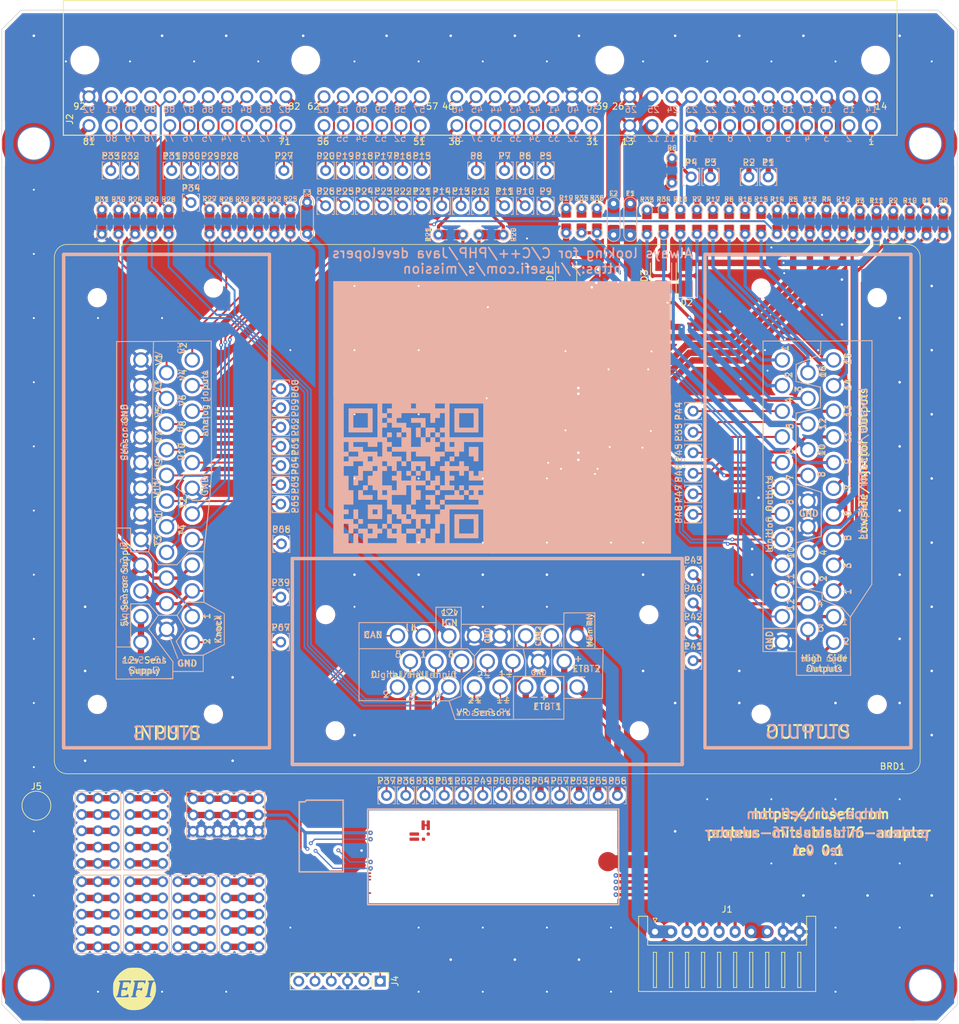
<source format=kicad_pcb>
(kicad_pcb (version 20211014) (generator pcbnew)
  (layers (0 "F.Cu" signal) (31 "B.Cu" signal) (34 "B.Paste" user) (35 "F.Paste" user) (36 "B.SilkS" user "B.Silkscreen") (37 "F.SilkS" user "F.Silkscreen") (38 "B.Mask" user) (39 "F.Mask" user) (44 "Edge.Cuts" user))
  (net 0 "")
  (net 1 "Net-(BRD1-PadA1(12))")
  (net 2 "Net-(BRD1-PadA2(11))")
  (net 3 "/OUT_INJ1")
  (net 4 "/OUT_INJ3")
  (net 5 "/OUT_INJ5{slash}FUEL_PRESS_SOLENOID")
  (net 6 "/OUT_INJ6{slash}TURBOCHRG_WG_SOLEOID")
  (net 7 "/MAGNETIC_CLUTCH_RELAY{slash}FUEL_PUMP_RELAY")
  (net 8 "/OUT_WG_SOLENOID")
  (net 9 "/OUT_CHECK_ENGINE")
  (net 10 "/OUT_MAIN_RELAY")
  (net 11 "/OUT_FAN_RELAY_HI")
  (net 12 "/OUT_FAN_RELAY_LOW{slash}AC")
  (net 13 "Net-(BRD1-PadA13(23))")
  (net 14 "Net-(BRD1-PadA14(22))")
  (net 15 "/OUT_INJ2")
  (net 16 "/OUT_INJ4")
  (net 17 "GND")
  (net 18 "/OUT_FUEL_PUMP_HI{slash}LO_RELAY")
  (net 19 "/OUT_TURBOCHRG_WG_SOLENOID{slash}AC")
  (net 20 "Net-(BRD1-PadA21(15))")
  (net 21 "/OUT_IGN3")
  (net 22 "/OUT_FUEL_PUMP_RELAY{slash}AC")
  (net 23 "/IDLE4")
  (net 24 "/IDLE3")
  (net 25 "/IDLE2")
  (net 26 "/IDLE1")
  (net 27 "Net-(BRD1-PadA29(30))")
  (net 28 "Net-(BRD1-PadA30(29))")
  (net 29 "Net-(BRD1-PadA31(28))")
  (net 30 "Net-(BRD1-PadA32(27))")
  (net 31 "Net-(BRD1-PadA33(26))")
  (net 32 "/OUT_IGN2")
  (net 33 "/OUT_IGN1")
  (net 34 "/IN_VSS")
  (net 35 "/IN_CAM")
  (net 36 "/IN_CRANK")
  (net 37 "Net-(BRD1-PadB4(5))")
  (net 38 "Net-(BRD1-PadB5(4))")
  (net 39 "Net-(BRD1-PadB6(3))")
  (net 40 "Net-(BRD1-PadB7(2))")
  (net 41 "Net-(BRD1-PadB8(1))")
  (net 42 "Net-(BRD1-PadB9(15))")
  (net 43 "Net-(BRD1-PadB10(14))")
  (net 44 "Net-(BRD1-PadB11(13))")
  (net 45 "Net-(BRD1-PadB12(12))")
  (net 46 "Net-(BRD1-PadB13(11))")
  (net 47 "Net-(BRD1-PadB15(9))")
  (net 48 "/CAN_L")
  (net 49 "/CAN_H")
  (net 50 "/12V_IGN")
  (net 51 "Net-(BRD1-PadB21(18))")
  (net 52 "Net-(BRD1-PadB22(17))")
  (net 53 "/12V_MR")
  (net 54 "+5VA")
  (net 55 "Net-(BRD1-PadC10(3))")
  (net 56 "/12V_PROT")
  (net 57 "/IN_MAP")
  (net 58 "/IN_MAF")
  (net 59 "Net-(BRD1-PadC15(21))")
  (net 60 "Net-(BRD1-PadC16(20))")
  (net 61 "Net-(BRD1-PadC17(19))")
  (net 62 "Net-(BRD1-PadC18(18))")
  (net 63 "/IN_EGR_TEMP{slash}MANIFOLD_FIFF_PRESSURE")
  (net 64 "/IN_CLT")
  (net 65 "/IN_TPS")
  (net 66 "/IN_VAF")
  (net 67 "Net-(BRD1-PadC26(33))")
  (net 68 "Net-(BRD1-PadC27(32))")
  (net 69 "Net-(BRD1-PadC28(31))")
  (net 70 "/IN_IAT")
  (net 71 "Net-(BRD1-PadC31(28))")
  (net 72 "/IN_KNOCK")
  (net 73 "Net-(BRD1-PadC35(24))")
  (net 74 "/OUT_IDLE1")
  (net 75 "/OUT_IDLE2")
  (net 76 "/OUT_IDLE3")
  (net 77 "/OUT_IDLE4")
  (net 78 "Net-(F1-Pad1)")
  (net 79 "Net-(F2-Pad1)")
  (net 80 "Net-(F3-Pad1)")
  (net 81 "Net-(G2-Pad1)")
  (net 82 "Net-(G2-Pad12)")
  (net 83 "Net-(G2-Pad13)")
  (net 84 "Net-(G2-Pad14)")
  (net 85 "Net-(G2-Pad10)")
  (net 86 "Net-(G3-Pad1)")
  (net 87 "Net-(G3-Pad12)")
  (net 88 "Net-(G3-Pad13)")
  (net 89 "Net-(G3-Pad14)")
  (net 90 "Net-(G3-Pad10)")
  (net 91 "Net-(G4-Pad1)")
  (net 92 "Net-(G4-Pad12)")
  (net 93 "Net-(G4-Pad13)")
  (net 94 "Net-(G4-Pad14)")
  (net 95 "Net-(G4-Pad10)")
  (net 96 "Net-(G5-Pad1)")
  (net 97 "Net-(G5-Pad12)")
  (net 98 "Net-(G5-Pad13)")
  (net 99 "Net-(G5-Pad14)")
  (net 100 "Net-(G5-Pad10)")
  (net 101 "Net-(G7-Pad1)")
  (net 102 "Net-(G7-Pad12)")
  (net 103 "Net-(G7-Pad13)")
  (net 104 "Net-(G7-Pad14)")
  (net 105 "Net-(G7-Pad10)")
  (net 106 "Net-(G8-Pad1)")
  (net 107 "Net-(G8-Pad12)")
  (net 108 "Net-(G8-Pad13)")
  (net 109 "Net-(G8-Pad14)")
  (net 110 "Net-(G8-Pad10)")
  (net 111 "/WBO_Vs")
  (net 112 "/WBO_Vs{slash}Ip")
  (net 113 "/WBO_Ip")
  (net 114 "/WBO_R_Trim")
  (net 115 "/WBO_H-")
  (net 116 "Net-(J2-Pad1)")
  (net 117 "Net-(J2-Pad2)")
  (net 118 "Net-(J2-Pad3)")
  (net 119 "Net-(J2-Pad4)")
  (net 120 "Net-(J2-Pad5)")
  (net 121 "Net-(J2-Pad6)")
  (net 122 "Net-(J2-Pad7)")
  (net 123 "Net-(J2-Pad8)")
  (net 124 "Net-(J2-Pad9)")
  (net 125 "Net-(J2-Pad10)")
  (net 126 "Net-(J2-Pad11)")
  (net 127 "Net-(J2-Pad14)")
  (net 128 "Net-(J2-Pad15)")
  (net 129 "Net-(J2-Pad16)")
  (net 130 "Net-(J2-Pad17)")
  (net 131 "Net-(J2-Pad18)")
  (net 132 "Net-(J2-Pad19)")
  (net 133 "Net-(J2-Pad20)")
  (net 134 "Net-(J2-Pad21)")
  (net 135 "Net-(J2-Pad22)")
  (net 136 "Net-(J2-Pad23)")
  (net 137 "Net-(J2-Pad24)")
  (net 138 "Net-(J2-Pad31)")
  (net 139 "Net-(J2-Pad32)")
  (net 140 "Net-(J2-Pad33)")
  (net 141 "Net-(J2-Pad34)")
  (net 142 "Net-(J2-Pad35)")
  (net 143 "Net-(J2-Pad36)")
  (net 144 "Net-(J2-Pad37)")
  (net 145 "Net-(J2-Pad38)")
  (net 146 "Net-(J2-Pad39)")
  (net 147 "Net-(J2-Pad41)")
  (net 148 "Net-(J2-Pad42)")
  (net 149 "Net-(J2-Pad43)")
  (net 150 "Net-(J2-Pad44)")
  (net 151 "Net-(J2-Pad45)")
  (net 152 "Net-(J2-Pad46)")
  (net 153 "Net-(J2-Pad51)")
  (net 154 "Net-(J2-Pad52)")
  (net 155 "Net-(J2-Pad53)")
  (net 156 "Net-(J2-Pad54)")
  (net 157 "Net-(J2-Pad55)")
  (net 158 "Net-(J2-Pad56)")
  (net 159 "Net-(J2-Pad57)")
  (net 160 "Net-(J2-Pad58)")
  (net 161 "Net-(J2-Pad59)")
  (net 162 "Net-(J2-Pad60)")
  (net 163 "Net-(J2-Pad61)")
  (net 164 "Net-(J2-Pad62)")
  (net 165 "Net-(J2-Pad71)")
  (net 166 "Net-(J2-Pad72)")
  (net 167 "Net-(J2-Pad73)")
  (net 168 "Net-(J2-Pad74)")
  (net 169 "Net-(J2-Pad75)")
  (net 170 "Net-(J2-Pad76)")
  (net 171 "Net-(J2-Pad77)")
  (net 172 "Net-(J2-Pad78)")
  (net 173 "Net-(J2-Pad79)")
  (net 174 "Net-(J2-Pad80)")
  (net 175 "Net-(J2-Pad83)")
  (net 176 "Net-(J2-Pad84)")
  (net 177 "Net-(J2-Pad85)")
  (net 178 "Net-(J2-Pad86)")
  (net 179 "Net-(J2-Pad87)")
  (net 180 "Net-(J2-Pad88)")
  (net 181 "Net-(J2-Pad89)")
  (net 182 "Net-(J2-Pad90)")
  (net 183 "Net-(J2-Pad91)")
  (net 184 "Net-(J4-Pad1)")
  (net 185 "Net-(J4-Pad2)")
  (net 186 "Net-(J4-Pad4)")
  (net 187 "Net-(J4-Pad5)")
  (net 189 "Net-(M1-PadJ1)")
  (net 194 "Net-(M1-PadW2)")
  (net 195 "Net-(M1-PadW3)")
  (net 196 "Net-(M1-PadW4)")
  (net 197 "Net-(R33-Pad1)")
  (footprint "kicad6-libraries:proteus" (layer "F.Cu") (at 286.6 94.674999 180)
    (fp_text reference "BRD1")
    (fp_text value "proteus")
  )
  (footprint "hellen-one-common:PAD-TH" (layer "F.Cu") (at 193.9 88.6)
    (fp_text reference "P26")
    (fp_text value "Pad" hide)
  )
  (footprint "hellen-one-common:PAD-TH" (layer "F.Cu") (at 187.4 83.1)
    (fp_text reference "P27")
    (fp_text value "Pad" hide)
  )
  (footprint "hellen-one-common:PAD-TH" (layer "F.Cu") (at 225 88.6)
    (fp_text reference "P10")
    (fp_text value "Pad" hide)
  )
  (footprint "hellen-one-common:PAD-TH" (layer "F.Cu") (at 251.2 120.6 90)
    (fp_text reference "P44")
    (fp_text value "Pad" hide)
  )
  (footprint "hellen-one-common:PAD-0805-PAD" (layer "F.Cu") (at 169.4 91.1 -90)
    (fp_text reference "R28")
    (fp_text value "Jumper-Pad-Pad" hide)
  )
  (footprint "hellen-one-common:PAD-0805-PAD" (layer "F.Cu") (at 290.2 91.3 -90)
    (fp_text reference "R9")
    (fp_text value "Jumper-Pad-Pad" hide)
  )
  (footprint "hellen-one-can-0.1:can" (layer "F.Cu") (at 189.681663 181.137502 -90)
    (fp_text reference "M2" hide)
    (fp_text value "Module-can-0.1" hide)
  )
  (footprint "hellen-one-common:PAD-0805-PAD" (layer "F.Cu") (at 277.2 91.3 -90)
    (fp_text reference "R3")
    (fp_text value "Jumper-Pad-Pad" hide)
  )
  (footprint "hellen-one-common:PAD-TH" (layer "F.Cu") (at 196.9 83.1)
    (fp_text reference "P19")
    (fp_text value "Pad" hide)
  )
  (footprint "hellen-one-common:PAD-TH" (layer "F.Cu") (at 230.4 180.5)
    (fp_text reference "P57")
    (fp_text value "Pad" hide)
  )
  (footprint "hellen-one-common:PAD-TH" (layer "F.Cu") (at 233.4 180.5)
    (fp_text reference "P53")
    (fp_text value "Pad" hide)
  )
  (footprint "hellen-one-common:PAD-0805-PAD" (layer "F.Cu") (at 254.3 91.1 -90)
    (fp_text reference "R17")
    (fp_text value "Jumper-Pad-Pad" hide)
  )
  (footprint "hellen-one-common:PAD-0805-PAD" (layer "F.Cu") (at 233.8 90.9 -90)
    (fp_text reference "R35")
    (fp_text value "Jumper-Pad-Pad" hide)
  )
  (footprint "hellen-one-common:PAD-TH" (layer "F.Cu") (at 186.9 126.1 -90)
    (fp_text reference "P61")
    (fp_text value "Pad" hide)
  )
  (footprint "hellen-one-common:PAD-0805-PAD" (layer "F.Cu") (at 261.8 91.1 -90)
    (fp_text reference "R15")
    (fp_text value "Jumper-Pad-Pad" hide)
  )
  (footprint "hellen-one-common:PAD-TH" (layer "F.Cu") (at 196.9 88.6)
    (fp_text reference "P25")
    (fp_text value "Pad" hide)
  )
  (footprint "hellen-one-common:PAD-TH" (layer "F.Cu") (at 253.9 84.1)
    (fp_text reference "P3")
    (fp_text value "Pad" hide)
  )
  (footprint "hellen-one-common:PAD-TH" (layer "F.Cu") (at 186.9 156.6)
    (fp_text reference "P67")
    (fp_text value "Pad" hide)
  )
  (footprint "hellen-one-common:PAD-0805-PAD" (layer "F.Cu") (at 279.8 91.3 -90)
    (fp_text reference "R11")
    (fp_text value "Jumper-Pad-Pad" hide)
  )
  (footprint "hellen-one-common:PROTO_AREA" (layer "F.Cu") (at 163.4 204.1 90)
    (fp_text reference "G8" hide)
    (fp_text value "PROTO_AREA" hide)
  )
  (footprint "hellen-one-common:PAD-TH" (layer "F.Cu") (at 251.2 123.9 90)
    (fp_text reference "P35")
    (fp_text value "Pad" hide)
  )
  (footprint "Diode_SMD:D_SMA" (layer "F.Cu") (at 246.2 99.5 90)
    (fp_text reference "D3")
    (fp_text value "D_Schottky")
  )
  (footprint "kicad6-libraries:rusefi_logo" (layer "F.Cu") (at 164.1 210.7)
    (fp_text reference "G1" hide)
    (fp_text value "RUSEFI_LOGO" hide)
  )
  (footprint "Resistor_SMD:R_0402_1005Metric" (layer "F.Cu") (at 232.4 121.1 90)
    (fp_text reference "R39")
    (fp_text value "10k")
  )
  (footprint "hellen-one-common:PAD-TH" (layer "F.Cu") (at 199.9 88.6)
    (fp_text reference "P24")
    (fp_text value "Pad" hide)
  )
  (footprint "Package_TO_SOT_SMD:SOT-223" (layer "F.Cu") (at 227.8 120.45 90)
    (fp_text reference "Q3")
    (fp_text value "AUIPS2041LTR")
  )
  (footprint "hellen-one-common:PROTO_AREA" (layer "F.Cu") (at 155.86 191.1 90)
    (fp_text reference "G2" hide)
    (fp_text value "PROTO_AREA" hide)
  )
  (footprint "hellen-one-common:PAD-TH" (layer "F.Cu") (at 212.4 180.5)
    (fp_text reference "P51")
    (fp_text value "Pad" hide)
  )
  (footprint "MountingHole:MountingHole_5mm_Pad_TopOnly" (layer "F.Cu") (at 148.4 210.1)
    (fp_text reference "H2" hide)
    (fp_text value "MountingHole" hide)
  )
  (footprint "hellen-one-common:PAD-TH" (layer "F.Cu") (at 199.9 83.1)
    (fp_text reference "P18")
    (fp_text value "Pad" hide)
  )
  (footprint "hellen-one-common:PAD-0805-PAD" (layer "F.Cu") (at 266.8 91.1 -90)
    (fp_text reference "R5")
    (fp_text value "Jumper-Pad-Pad" hide)
  )
  (footprint "Diode_SMD:D_SMA" (layer "F.Cu") (at 250.2 99.5 90)
    (fp_text reference "D2")
    (fp_text value "DNP")
  )
  (footprint "Package_TO_SOT_SMD:SOT-223" (layer "F.Cu") (at 227.8 108.1 90)
    (fp_text reference "Q4")
    (fp_text value "AUIPS2041LTR")
  )
  (footprint "hellen-one-common:PAD-TH" (layer "F.Cu") (at 236.4 180.5)
    (fp_text reference "P55")
    (fp_text value "Pad" hide)
  )
  (footprint "hellen-one-common:PAD-0805-PAD" (layer "F.Cu") (at 180.9 91.1 -90)
    (fp_text reference "R32")
    (fp_text value "Jumper-Pad-Pad" hide)
  )
  (footprint "hellen-one-common:PAD-1206-PAD" (layer "F.Cu") (at 241.4 90.7 -90)
    (fp_text reference "F1")
    (fp_text value "Fuse-Pad-Pad" hide)
  )
  (footprint "hellen-one-common:PAD-0805-PAD" (layer "F.Cu") (at 272 91.1 -90)
    (fp_text reference "R4")
    (fp_text value "Jumper-Pad-Pad" hide)
  )
  (footprint "hellen-one-common:PAD-TH" (layer "F.Cu") (at 186.9 135.1 -90)
    (fp_text reference "P65")
    (fp_text value "Pad" hide)
  )
  (footprint "hellen-one-common:PAD-0805-PAD" (layer "F.Cu") (at 188.4 91.050001 -90)
    (fp_text reference "R25")
    (fp_text value "Jumper-Pad-Pad" hide)
  )
  (footprint "hellen-one-common:PAD-TH" (layer "F.Cu") (at 208.9 88.6)
    (fp_text reference "P21")
    (fp_text value "Pad" hide)
  )
  (footprint "hellen-one-common:PAD-TH" (layer "F.Cu") (at 186.9 129.1 -90)
    (fp_text reference "P64")
    (fp_text value "Pad" hide)
  )
  (footprint "hellen-one-common:PAD-TH" (layer "F.Cu") (at 178.9 83.1)
    (fp_text reference "P28")
    (fp_text value "Pad" hide)
  )
  (footprint "hellen-one-common:PROTO_AREA" (layer "F.Cu") (at 178.4 204.1 90)
    (fp_text reference "G5" hide)
    (fp_text value "PROTO_AREA" hide)
  )
  (footprint "Connector_PinHeader_2.54mm:PinHeader_1x06_P2.54mm_Vertical" (layer "F.Cu") (at 202.4 209.45 -90)
    (fp_text reference "J4")
    (fp_text value "Conn_01x06")
  )
  (footprint "hellen-one-common:PAD-TH" (layer "F.Cu") (at 251.2 127.1 90)
    (fp_text reference "P45")
    (fp_text value "Pad" hide)
  )
  (footprint "hellen-one-common:PAD-TH" (layer "F.Cu") (at 228.2 83.1)
    (fp_text reference "P5")
    (fp_text value "Pad" hide)
  )
  (footprint "hellen-one-common:PROTO_AREA" (layer "F.Cu") (at 163.4 191.1 90)
    (fp_text reference "G7" hide)
    (fp_text value "PROTO_AREA" hide)
  )
  (footprint "hellen-one-common:PAD-0805-PAD" (layer "F.Cu") (at 219.7 93.1 180)
    (fp_text reference "R20")
    (fp_text value "Jumper-Pad-Pad" hide)
  )
  (footprint "hellen-one-common:PAD-TH" (layer "F.Cu") (at 186.9 120.1 -90)
    (fp_text reference "P59")
    (fp_text value "Pad" hide)
  )
  (footprint "hellen-one-common:PAD-0805-PAD" (layer "F.Cu") (at 175.8 91.050001 -90)
    (fp_text reference "R27")
    (fp_text value "Jumper-Pad-Pad" hide)
  )
  (footprint "hellen-one-common:PAD-0805-PAD" (layer "F.Cu") (at 251.8 91.1 -90)
    (fp_text reference "R7")
    (fp_text value "Jumper-Pad-Pad" hide)
  )
  (footprint "MountingHole:MountingHole_5mm_Pad_TopOnly" (layer "F.Cu") (at 287.4 78.9)
    (fp_text reference "H1" hide)
    (fp_text value "MountingHole" hide)
  )
  (footprint "MountingHole:MountingHole_5mm_Pad_TopOnly" (layer "F.Cu") (at 287.4 210.1)
    (fp_text reference "H4" hide)
    (fp_text value "MountingHole" hide)
  )
  (footprint "hellen-one-common:PAD-TH" (layer "F.Cu") (at 202.9 83.109999)
    (fp_text reference "P17")
    (fp_text value "Pad" hide)
  )
  (footprint "hellen-one-common:PAD-TH" (layer "F.Cu") (at 259.9 84.1)
    (fp_text reference "P2")
    (fp_text value "Pad" hide)
  )
  (footprint "hellen-one-common:PAD-TH" (layer "F.Cu") (at 172.9 83.1)
    (fp_text reference "P30")
    (fp_text value "Pad" hide)
  )
  (footprint "hellen-one-common:PAD-TH" (layer "F.Cu") (at 172.9 88.1)
    (fp_text reference "P34")
    (fp_text value "Pad" hide)
  )
  (footprint "hellen-one-common:PAD-TH" (layer "F.Cu") (at 239.4 180.5)
    (fp_text reference "P56")
    (fp_text value "Pad" hide)
  )
  (footprint "hellen-one-common:PAD-TH" (layer "F.Cu") (at 169.9 83.1)
    (fp_text reference "P31")
    (fp_text value "Pad" hide)
  )
  (footprint "hellen-one-common:PAD-TH" (layer "F.Cu") (at 250.9 84.1)
    (fp_text reference "P4")
    (fp_text value "Pad" hide)
  )
  (footprint "Diode_SMD:D_SMA" (layer "F.Cu") (at 235.3 119.5 -90)
    (fp_text reference "D4")
    (fp_text value "D_Schottky")
  )
  (footprint "hellen-one-common:PAD-TH" (layer "F.Cu") (at 251.2 150.5)
    (fp_text reference "P40")
    (fp_text value "Pad" hide)
  )
  (footprint "hellen-one-common:PAD-TH" (layer "F.Cu") (at 218 88.6)
    (fp_text reference "P12")
    (fp_text value "Pad" hide)
  )
  (footprint "Diode_SMD:D_SMA" (layer "F.Cu") (at 222 109 -90)
    (fp_text reference "D7")
    (fp_text value "D_Schottky")
  )
  (footprint "hellen-one-common:PAD-TH" (layer "F.Cu") (at 202.9 88.6)
    (fp_text reference "P23")
    (fp_text value "Pad" hide)
  )
  (footprint "hellen-one-common:PAD-0805-PAD" (layer "F.Cu") (at 183.4 91.1 -90)
    (fp_text reference "R23")
    (fp_text value "Jumper-Pad-Pad" hide)
  )
  (footprint "hellen-one-common:PAD-0805-PAD" (layer "F.Cu") (at 287.6 91.3 -90)
    (fp_text reference "R1")
    (fp_text value "Jumper-Pad-Pad" hide)
  )
  (footprint "hellen-one-common:PAD-TH" (layer "F.Cu") (at 206.4 180.5)
    (fp_text reference "P36")
    (fp_text value "Pad" hide)
  )
  (footprint "hellen-one-common:PAD-TH" (layer "F.Cu") (at 212 88.6)
    (fp_text reference "P14")
    (fp_text value "Pad" hide)
  )
  (footprint "hellen-one-common:PAD-TH" (layer "F.Cu") (at 251.2 159.5)
    (fp_text reference "P41")
    (fp_text value "Pad" hide)
  )
  (footprint "hellen-one-common:PAD-TH" (layer "F.Cu") (at 215 88.6)
    (fp_text reference "P13")
    (fp_text value "Pad" hide)
  )
  (footprint "Diode_SMD:D_SMA" (layer "F.Cu") (at 231.4 99.4 90)
    (fp_text reference "D1")
    (fp_text value "D_Schottky")
  )
  (footprint "hellen-one-common:PAD-0805-PAD" (layer "F.Cu") (at 159 91.1 -90)
    (fp_text reference "R31")
    (fp_text value "Jumper-Pad-Pad" hide)
  )
  (footprint "hellen-one-common:PAD-0805-PAD" (layer "F.Cu") (at 246.6 91.1 -90)
    (fp_text reference "R34")
    (fp_text value "Jumper-Pad-Pad" hide)
  )
  (footprint "hellen-one-common:PROTO_AREA" (layer "F.Cu") (at 183.4 186.1 180)
    (fp_text reference "G6" hide)
    (fp_text value "PROTO_AREA" hide)
  )
  (footprint "hellen-one-common:PAD-0805-PAD" (layer "F.Cu") (at 259.3 91.1 -90)
    (fp_text reference "R16")
    (fp_text value "Jumper-Pad-Pad" hide)
  )
  (footprint "hellen-one-common:PAD-TH" (layer "F.Cu") (at 224.4 180.5)
    (fp_text reference "P58")
    (fp_text value "Pad" hide)
  )
  (footprint "hellen-one-common:PAD-TH" (layer "F.Cu") (at 221.4 180.5)
    (fp_text reference "P50")
    (fp_text value "Pad" hide)
  )
  (footprint "hellen-one-common:PAD-TH" (layer "F.Cu") (at 221.8 83.1)
    (fp_text reference "P7")
    (fp_text value "Pad" hide)
  )
  (footprint "Resistor_SMD:R_0402_1005Metric" (layer "F.Cu") (at 241.1 125.7 180)
    (fp_text reference "R37")
    (fp_text value "10k")
  )
  (footprint "MountingHole:MountingHole_5mm_Pad_TopOnly" (layer "F.Cu") (at 148.4 78.9)
    (fp_text reference "H3" hide)
    (fp_text value "MountingHole" hide)
  )
  (footprint "hellen-one-common:PAD-TH" (layer "F.Cu") (at 175.9 83.1)
    (fp_text reference "P29")
    (fp_text value "Pad" hide)
  )
  (footprint "Resistor_SMD:R_0402_1005Metric" (layer "F.Cu") (at 241.2 113.3 180)
    (fp_text reference "R38")
    (fp_text value "10k")
  )
  (footprint "hellen-one-common:PAD-TH" (layer "F.Cu") (at 163.4 83.1)
    (fp_text reference "P32")
    (fp_text value "Pad" hide)
  )
  (footprint "hellen-one-common:PAD-TH" (layer "F.Cu") (at 251.2 136.7 90)
    (fp_text reference "P48")
    (fp_text value "Pad" hide)
  )
  (footprint "hellen-one-common:PAD-0805-PAD" (layer "F.Cu") (at 244 91.149979 -90)
    (fp_text reference "R33")
    (fp_text value "Jumper-Pad-Pad" hide)
  )
  (footprint "Resistor_SMD:R_0402_1005Metric" (layer "F.Cu") (at 232.2 108.71 90)
    (fp_text reference "R40")
    (fp_text value "10k")
  )
  (footprint "hellen-one-common:PAD-TH" (layer "F.Cu") (at 187 141.3)
    (fp_text reference "P66")
    (fp_text value "Pad" hide)
  )
  (footprint "hellen-one-common:PAD-TH" (layer "F.Cu") (at 160.4 83.1)
    (fp_text reference "P33")
    (fp_text value "Pad" hide)
  )
  (footprint "hellen-one-common:PAD-0805-PAD" (layer "F.Cu") (at 213.4 93.1)
    (fp_text reference "R21")
    (fp_text value "Jumper-Pad-Pad" hide)
  )
  (footprint "hellen-one-common:PAD-TH" (layer "F.Cu") (at 203.4 180.5)
    (fp_text reference "P37")
    (fp_text value "Pad" hide)
  )
  (footprint "hellen-one-common:PAD-1206-PAD" (layer "F.Cu") (at 238.8 90.7 -90)
    (fp_text reference "F2")
    (fp_text value "Fuse-Pad-Pad" hide)
  )
  (footprint "hellen-one-common:PAD-TH" (layer "F.Cu") (at 217.4 83.1)
    (fp_text reference "P8")
    (fp_text value "Pad" hide)
  )
  (footprint "hellen-one-common:PROTO_AREA" (layer "F.Cu") (at 155.86 204.1 90)
    (fp_text reference "G3" hide)
    (fp_text value "PROTO_AREA" hide)
  )
  (footprint "Diode_SMD:D_SMA" (layer "F.Cu") (at 222.1 120.8 -90)
    (fp_text reference "D6")
    (fp_text value "D_Schottky")
  )
  (footprint "hellen-one-common:PAD-0805-PAD" (layer "F.Cu") (at 178.4 91.1 -90)
    (fp_text reference "R26")
    (fp_text value "Jumper-Pad-Pad" hide)
  )
  (footprint "hellen-one-common:PAD-0805-PAD" (layer "F.Cu") (at 256.8 91.1 -90)
    (fp_text reference "R6")
    (fp_text value "Jumper-Pad-Pad" hide)
  )
  (footprint "hellen-one-common:PAD-TH" (layer "F.Cu") (at 228.2 88.6)
    (fp_text reference "P9")
    (fp_text value "Pad" hide)
  )
  (footprint "hellen-one-common:PAD-TH" (layer "F.Cu") (at 186.9 117.1 -90)
    (fp_text reference "P60")
    (fp_text value "Pad" hide)
  )
  (footprint "hellen-one-common:PAD-TH" (layer "F.Cu") (at 227.4 180.5)
    (fp_text reference "P54")
    (fp_text value "Pad" hide)
  )
  (footprint "hellen-one-wbo-0.3:wbo" (layer "F.Cu") (at 200.35 197.625)
    (fp_text reference "M1" hide)
    (fp_text value "Module-wbo-0.3" hide)
  )
  (footprint "Diode_SMD:D_SMA" (layer "F.Cu") (at 235.4 107.1 -90)
    (fp_text reference "D5")
    (fp_text value "D_Schottky")
  )
  (footprint "hellen-one-common:PAD-0805-PAD" (layer "F.Cu") (at 249.2 91.1 -90)
    (fp_text reference "R18")
    (fp_text value "Jumper-Pad-Pad" hide)
  )
  (footprint "hellen-one-common:PAD-TH" (layer "F.Cu") (at 205.9 88.6)
    (fp_text reference "P22")
    (fp_text value "Pad" hide)
  )
  (footprint "hellen-one-common:PAD-1206-PAD" (layer "F.Cu") (at 191 90.5 -90)
    (fp_text reference "F3")
    (fp_text value "Fuse-Pad-Pad" hide)
  )
  (footprint "hellen-one-common:PAD-TH" (layer "F.Cu") (at 251.2 133.5 90)
    (fp_text reference "P47")
    (fp_text value "Pad" hide)
  )
  (footprint "hellen-one-common:PAD-TH" (layer "F.Cu") (at 209.4 180.5)
    (fp_text reference "P38")
    (fp_text value "Pad" hide)
  )
  (footprint "Connector_JST:JST_XH_S10B-XH-A_1x10_P2.50mm_Horizontal" (layer "F.Cu") (at 245.25 201.75)
    (fp_text reference "J1")
    (fp_text value "XH-10AW")
  )
  (footprint "hellen-one-common:PAD-TH" (layer "F.Cu") (at 251.2 146.1)
    (fp_text reference "P43")
    (fp_text value "Pad" hide)
  )
  (footprint "hellen-one-common:PAD-0805-PAD" (layer "F.Cu") (at 164.2 91.1 -90)
    (fp_text reference "R24")
    (fp_text value "Jumper-Pad-Pad" hide)
  )
  (footprint "hellen-one-common:PAD-0805-PAD" (layer "F.Cu") (at 166.8 91.1 -90)
    (fp_text reference "R29")
    (fp_text value "Jumper-Pad-Pad" hide)
  )
  (footprint "hellen-one-common:PAD-TH" (layer "F.Cu") (at 215.4 180.5)
    (fp_text reference "P52")
    (fp_text value "Pad" hide)
  )
  (footprint "hellen-one-common:PAD-TH" (layer "F.Cu") (at 218.4 180.5)
    (fp_text reference "P49")
    (fp_text value "Pad" hide)
  )
  (footprint "hellen-one-common:PAD-TH" (layer "F.Cu") (at 221.8 88.6)
    (fp_text reference "P11")
    (fp_text value "Pad" hide)
  )
  (footprint "hellen-one-common:PAD-TH" (layer "F.Cu") (at 186.9 123.1 -90)
    (fp_text reference "P62")
    (fp_text value "Pad" hide)
  )
  (footprint "Package_TO_SOT_SMD:SOT-223" (layer "F.Cu") (at 241.2 108.1 90)
    (fp_text reference "Q2")
    (fp_text value "AUIPS2041LTR")
  )
  (footprint "hellen-one-common:PAD-TH" (layer "F.Cu") (at 262.9 84.1)
    (fp_text reference "P1")
    (fp_text value "Pad" hide)
  )
  (footprint "hellen-one-common:PAD-0805-PAD" (layer "F.Cu") (at 185.9 91.1 -90)
    (fp_text reference "R22")
    (fp_text value "Jumper-Pad-Pad" hide)
  )
  (footprint "kicad6-libraries:TE-3-178780-6" (layer "F.Cu") (at 157 71.6)
    (fp_text reference "J2")
    (fp_text value "TE-3-178780-6")
  )
  (footprint "hellen-one-common:PAD-TH" (layer "F.Cu") (at 186.9 132.1 -90)
    (fp_text reference "P63")
    (fp_text value "Pad" hide)
  )
  (footprint "hellen-one-common:PAD-0805-PAD" (layer "F.Cu") (at 247.9 83.1 -90)
    (fp_text reference "R8")
    (fp_text value "Jumper-Pad-Pad" hide)
  )
  (footprint "hellen-one-common:PAD-0805-PAD" (layer "F.Cu") (at 264.3 91.1 -90)
    (fp_text reference "R14")
    (fp_text value "Jumper-Pad-Pad" hide)
  )
  (footprint "hellen-one-common:PAD-0805-PAD" (layer "F.Cu") (at 269.4 91.1 -90)
    (fp_text reference "R13")
    (fp_text value "Jumper-Pad-Pad" hide)
  )
  (footprint "hellen-one-common:PAD-0805-PAD" (layer "F.Cu") (at 282.4 91.3 -90)
    (fp_text reference "R2")
    (fp_text value "Jumper-Pad-Pad" hide)
  )
  (footprint "hellen-one-common:PAD-TH" (layer "F.Cu") (at 225 83.1)
    (fp_text reference "P6")
    (fp_text value "Pad" hide)
  )
  (footprint "hellen-one-common:PAD-0805-PAD" (layer "F.Cu") (at 231.4 90.9 -90)
    (fp_text reference "R19")
    (fp_text value "Jumper-Pad-Pad" hide)
  )
  (footprint "hellen-one-common:PAD-0805-PAD" (layer "F.Cu") (at 285 91.3 -90)
    (fp_text reference "R10")
    (fp_text value "Jumper-Pad-Pad" hide)
  )
  (footprint "hellen-one-common:PROTO_AREA" (layer "F.Cu") (at 170.86 204.1 90)
    (fp_text reference "G4" hide)
    (fp_text value "PROTO_AREA" hide)
  )
  (footprint "hellen-one-common:PAD-TH" (layer "F.Cu") (at 186.9 149.6)
    (fp_text reference "P39")
    (fp_text value "Pad" hide)
  )
  (footprint "hellen-one-common:PAD-TH" (layer "F.Cu") (at 251.2 154.9)
    (fp_text reference "P42")
    (fp_text value "Pad" hide)
  )
  (footprint "hellen-one-common:PAD-TH" (layer "F.Cu") (at 251.2 130.3 90)
    (fp_text reference "P46")
    (fp_text value "Pad" hide)
  )
  (footprint "hellen-one-common:PAD-TH" (layer "F.Cu") (at 193.9 83.1)
    (fp_text reference "P20")
    (fp_text value "Pad" hide)
  )
  (footprint "hellen-one-common:PAD-TH" (layer "F.Cu") (at 205.9 83.1)
    (fp_text reference "P16")
    (fp_text value "Pad" hide)
  )
  (footprint "hellen-one-common:PAD-0805-PAD" (layer "F.Cu") (at 274.6 91.1 -90)
    (fp_text reference "R12")
    (fp_text value "Jumper-Pad-Pad" hide)
  )
  (footprint "TestPoint:TestPoint_Pad_D4.0mm" (layer "F.Cu") (at 148.8 182.1)
    (fp_text reference "J5")
    (fp_text value "Conn_01x01")
  )
  (footprint "hellen-one-common:PAD-0805-PAD" (layer "F.Cu") (at 161.6 91.1 -90)
    (fp_text reference "R30")
    (fp_text value "Jumper-Pad-Pad" hide)
  )
  (footprint "Package_TO_SOT_SMD:SOT-223" (layer "F.Cu") (at 241.1 120.5 90)
    (fp_text reference "Q1")
    (fp_text value "AUIPS2041LTR")
  )
  (footprint "hellen-one-common:PAD-TH" (layer "F.Cu") (at 208.9 83.1)
    (fp_text reference "P15")
    (fp_text value "Pad" hide)
  )
  (footprint "hellen-one-common:PAD-0805-PAD" (layer "F.Cu") (at 236.2 90.9 -90)
    (fp_text reference "R36")
    (fp_text value "Jumper-Pad-Pad" hide)
  )
  (footprint "LOGO" (layer "B.Cu") (at 207.6 130.3 180)
    (fp_text reference "G***" hide)
    (fp_text value "LOGO" hide)
  )
  (gr_rect (start 219.7 142.75) (end 247.7 118.05) (layer "B.SilkS") (width 0.12) (fill solid))
  (gr_rect (start 195.15 118) (end 247.65 100.4) (layer "B.SilkS") (width 0.12) (fill solid))
  (gr_line (start 292.4 61.1) (end 292.4 213.1) (layer "Edge.Cuts") (width 0.1))
  (gr_line (start 143.4 213.1) (end 146.4 216.1) (layer "Edge.Cuts") (width 0.1))
  (gr_line (start 146.4 58.1) (end 289.4 58.1) (layer "Edge.Cuts") (width 0.1))
  (gr_line (start 143.4 61.1) (end 143.4 213.1) (layer "Edge.Cuts") (width 0.1))
  (gr_line (start 292.4 61.1) (end 289.4 58.1) (layer "Edge.Cuts") (width 0.1))
  (gr_line (start 146.4 58.1) (end 143.4 61.1) (layer "Edge.Cuts") (width 0.1))
  (gr_line (start 146.4 216.1) (end 289.4 216.1) (layer "Edge.Cuts") (width 0.1))
  (gr_line (start 292.4 213.1) (end 289.4 216.1) (layer "Edge.Cuts") (width 0.1))
  (gr_text "Always looking for C/C++/PHP/Java developers\nhttps://rusefi.com/s/mission" (at 223 97.2) (layer "B.SilkS") (effects (font (size 1.5 1.5) (thickness 0.25)) (justify mirror)))
  (gr_text "rev 0.1" (at 270.6 189.1) (layer "B.SilkS") (effects (font (size 1.5 1.5) (thickness 0.3)) (justify mirror)))
  (gr_text "proteus-mitsubishi76-adapter" (at 270.5 186.3) (layer "B.SilkS") (effects (font (size 1.5 1.5) (thickness 0.3)) (justify mirror)))
  (gr_text "https://rusefi.com" (at 270.1 183.4) (layer "B.SilkS") (effects (font (size 1.5 1.5) (thickness 0.3)) (justify mirror)))
  (gr_text "https://rusefi.com" (at 271.2 183.4) (layer "F.SilkS") (effects (font (size 1.5 1.5) (thickness 0.3))))
  (gr_text "proteus-mitsubishi76-adapter" (at 270.8 186.3) (layer "F.SilkS") (effects (font (size 1.5 1.5) (thickness 0.3))))
  (gr_text "rev 0.1" (at 270.7 189.1) (layer "F.SilkS") (effects (font (size 1.5 1.5) (thickness 0.3))))
  (segment (start 273.1 156.624999) (end 270.224999 159.5) (width 0.5) (layer "F.Cu") (net 1))
  (segment (start 270.224999 159.5) (end 251.2 159.5) (width 0.5) (layer "F.Cu") (net 1))
  (segment (start 273.1 152.624999) (end 268.125001 152.624999) (width 0.5) (layer "F.Cu") (net 2))
  (segment (start 255.3 154.6) (end 251.2 150.5) (width 0.5) (layer "F.Cu") (net 2))
  (segment (start 266.15 154.6) (end 255.3 154.6) (width 0.5) (layer "F.Cu") (net 2))
  (segment (start 268.125001 152.624999) (end 266.15 154.6) (width 0.5) (layer "F.Cu") (net 2))
  (segment (start 277.4 144.324999) (end 277.4 130.55997) (width 0.5) (layer "F.Cu") (net 3))
  (segment (start 278.349511 108.050489) (end 281.8 104.6) (width 0.5) (layer "F.Cu") (net 3))
  (segment (start 277.4 130.55997) (end 278.349511 129.610459) (width 0.5) (layer "F.Cu") (net 3))
  (segment (start 273.1 148.624999) (end 277.4 144.324999) (width 0.5) (layer "F.Cu") (net 3))
  (segment (start 281.8 99.005) (end 287.6 93.205) (width 0.5) (layer "F.Cu") (net 3))
  (segment (start 278.349511 129.610459) (end 278.349511 108.050489) (width 0.5) (layer "F.Cu") (net 3))
  (segment (start 281.8 104.6) (end 281.8 99.005) (width 0.5) (layer "F.Cu") (net 3))
  (segment (start 282.395 93.205) (end 276.7 98.9) (width 0.5) (layer "F.Cu") (net 4))
  (segment (start 276.7 141.024999) (end 273.1 144.624999) (width 0.5) (layer "F.Cu") (net 4))
  (segment (start 276.7 98.9) (end 276.7 141.024999) (width 0.5) (layer "F.Cu") (net 4))
  (segment (start 282.4 93.205) (end 282.395 93.205) (width 0.5) (layer "F.Cu") (net 4))
  (segment (start 277.2 93.205) (end 276 94.405) (width 0.5) (layer "F.Cu") (net 5))
  (segment (start 276 94.405) (end 276 137.724999) (width 0.5) (layer "F.Cu") (net 5))
  (segment (start 276 137.724999) (end 273.1 140.624999) (width 0.5) (layer "F.Cu") (net 5))
  (segment (start 250.2 97.5) (end 265.3 97.5) (width 1) (layer "F.Cu") (net 6))
  (via (at 265.3 97.5) (size 0.6) (drill 0.3) (layers "F.Cu" "B.Cu") (net 6))
  (segment (start 279.8 95.1) (end 279.8 93.205) (width 1) (layer "B.Cu") (net 6))
  (segment (start 276.4 97.7) (end 276.6 97.5) (width 1) (layer "B.Cu") (net 6))
  (segment (start 276.4 133.324999) (end 276.4 97.7) (width 1) (layer "B.Cu") (net 6))
  (segment (start 265.3 97.5) (end 276.6 97.5) (width 1) (layer "B.Cu") (net 6))
  (segment (start 277.4 97.5) (end 279.8 95.1) (width 1) (layer "B.Cu") (net 6))
  (segment (start 276.6 97.5) (end 277.4 97.5) (width 1) (layer "B.Cu") (net 6))
  (segment (start 273.1 136.624999) (end 276.4 133.324999) (width 1) (layer "B.Cu") (net 6))
  (segment (start 272.1 118.7) (end 274.1 118.7) (width 0.5) (layer "F.Cu") (net 7))
  (segment (start 265.5 109.4) (end 267.2 109.4) (width 0.5) (layer "F.Cu") (net 7))
  (segment (start 274.1 118.7) (end 275.2 119.8) (width 0.5) (layer "F.Cu") (net 7))
  (segment (start 271.1 113.3) (end 271.1 117.7) (width 0.5) (layer "F.Cu") (net 7))
  (segment (start 267.2 109.4) (end 271.1 113.3) (width 0.5) (layer "F.Cu") (net 7))
  (segment (start 271.1 117.7) (end 272.1 118.7) (width 0.5) (layer "F.Cu") (net 7))
  (segment (start 275.2 119.8) (end 275.2 130.524999) (width 0.5) (layer "F.Cu") (net 7))
  (segment (start 275.2 130.524999) (end 273.1 132.624999) (width 0.5) (layer "F.Cu") (net 7))
  (via (at 265.5 109.4) (size 0.6) (drill 0.3) (layers "F.Cu" "B.Cu") (net 7))
  (segment (start 265.5 109.4) (end 254.3 98.2) (width 0.5) (layer "B.Cu") (net 7))
  (segment (start 254.3 98.2) (end 254.3 93.005) (width 0.5) (layer "B.Cu") (net 7))
  (segment (start 246.6 95.3) (end 246.6 93.005) (width 1) (layer "F.Cu") (net 8))
  (segment (start 246.2 95.7) (end 246.6 95.3) (width 1) (layer "F.Cu") (net 8))
  (segment (start 246.2 97.5) (end 246.2 95.7) (width 1) (layer "F.Cu") (net 8))
  (segment (start 266 126.6) (end 264 126.6) (width 0.5) (layer "B.Cu") (net 8))
  (segment (start 248.1 102.2) (end 246.6 100.7) (width 0.5) (layer "B.Cu") (net 8))
  (segment (start 248.1 110.65215) (end 248.1 102.2) (width 0.5) (layer "B.Cu") (net 8))
  (segment (start 261.8 124.4) (end 261.8 124.35215) (width 0.5) (layer "B.Cu") (net 8))
  (segment (start 273.1 128.624999) (end 268.024999 128.624999) (width 0.5) (layer "B.Cu") (net 8))
  (segment (start 268.024999 128.624999) (end 266 126.6) (width 0.5) (layer "B.Cu") (net 8))
  (segment (start 261.8 124.35215) (end 248.1 110.65215) (width 0.5) (layer "B.Cu") (net 8))
  (segment (start 246.6 100.7) (end 246.6 93.005) (width 0.5) (layer "B.Cu") (net 8))
  (segment (start 264 126.6) (end 261.8 124.4) (width 0.5) (layer "B.Cu") (net 8))
  (segment (start 222.85997 128.65997) (end 228.6 128.65997) (width 0.5) (layer "F.Cu") (net 9))
  (segment (start 217 122.8) (end 222.85997 128.65997) (width 0.5) (layer "F.Cu") (net 9))
  (segment (start 246.48927 128.7) (end 244.78927 130.4) (width 0.5) (layer "F.Cu") (net 9))
  (segment (start 254.824512 126.975488) (end 253.1 128.7) (width 0.5) (layer "F.Cu") (net 9))
  (segment (start 217.795 102.81) (end 217 103.605) (width 0.5) (layer "F.Cu") (net 9))
  (segment (start 244.78927 130.4) (end 235.9 130.4) (width 0.5) (layer "F.Cu") (net 9))
  (segment (start 253.1 128.7) (end 246.48927 128.7) (width 0.5) (layer "F.Cu") (net 9))
  (segment (start 217.795 93.1) (end 217.795 102.81) (width 0.5) (layer "F.Cu") (net 9))
  (segment (start 266.416749 126.975488) (end 254.824512 126.975488) (width 0.5) (layer "F.Cu") (net 9))
  (segment (start 273.1 124.624999) (end 268.767238 124.624999) (width 0.5) (layer "F.Cu") (net 9))
  (segment (start 217 103.605) (end 217 122.8) (width 0.5) (layer "F.Cu") (net 9))
  (segment (start 268.767238 124.624999) (end 266.416749 126.975488) (width 0.5) (layer "F.Cu") (net 9))
  (via (at 228.6 128.65997) (size 0.6) (drill 0.3) (layers "F.Cu" "B.Cu") (net 9))
  (via (at 235.9 130.4) (size 0.6) (drill 0.3) (layers "F.Cu" "B.Cu") (net 9))
  (segment (start 235.9 130.4) (end 230.34003 130.4) (width 0.5) (layer "B.Cu") (net 9))
  (segment (start 230.34003 130.4) (end 228.6 128.65997) (width 0.5) (layer "B.Cu") (net 9))
  (segment (start 215.305 93.1) (end 215.305 102.91) (width 0.5) (layer "F.Cu") (net 10))
  (segment (start 249.1 119.7) (end 249.9 118.9) (width 0.5) (layer "F.Cu") (net 10))
  (segment (start 230.6 129.6) (end 228.48006 129.6) (width 0.5) (layer "F.Cu") (net 10))
  (segment (start 249.9 118.9) (end 266.4 118.9) (width 0.5) (layer "F.Cu") (net 10))
  (segment (start 249.1 125.1) (end 249.1 119.7) (width 0.5) (layer "F.Cu") (net 10))
  (segment (start 222.57022 129.35949) (end 216 122.78927) (width 0.5) (layer "F.Cu") (net 10))
  (segment (start 228.48006 129.6) (end 228.23955 129.35949) (width 0.5) (layer "F.Cu") (net 10))
  (segment (start 266.4 118.9) (end 268.124999 120.624999) (width 0.5) (layer "F.Cu") (net 10))
  (segment (start 228.23955 129.35949) (end 222.57022 129.35949) (width 0.5) (layer "F.Cu") (net 10))
  (segment (start 215.305 102.91) (end 216 103.605) (width 0.5) (layer "F.Cu") (net 10))
  (segment (start 244.6 129.6) (end 249.1 125.1) (width 0.5) (layer "F.Cu") (net 10))
  (segment (start 236.3 129.6) (end 244.6 129.6) (width 0.5) (layer "F.Cu") (net 10))
  (segment (start 216 122.78927) (end 216 103.605) (width 0.5) (layer "F.Cu") (net 10))
  (segment (start 268.124999 120.624999) (end 273.1 120.624999) (width 0.5) (layer "F.Cu") (net 10))
  (via (at 230.6 129.6) (size 0.6) (drill 0.3) (layers "F.Cu" "B.Cu") (net 10))
  (via (at 236.3 129.6) (size 0.6) (drill 0.3) (layers "F.Cu" "B.Cu") (net 10))
  (segment (start 236.3 129.6) (end 230.6 129.6) (width 0.5) (layer "B.Cu") (net 10))
  (segment (start 261.8 98) (end 275.1 111.3) (width 0.5) (layer "B.Cu") (net 11))
  (segment (start 275.1 114.624999) (end 273.1 116.624999) (width 0.5) (layer "B.Cu") (net 11))
  (segment (start 261.8 93.005) (end 261.8 98) (width 0.5) (layer "B.Cu") (net 11))
  (segment (start 261.8 98) (end 261.8 95.2) (width 0.3) (layer "B.Cu") (net 11))
  (segment (start 275.1 111.3) (end 263.15 99.35) (width 0.3) (layer "B.Cu") (net 11))
  (segment (start 261.8 95.2) (end 261.8 93.005) (width 0.3) (layer "B.Cu") (net 11))
  (segment (start 275.1 111.3) (end 275.1 114.624999) (width 0.5) (layer "B.Cu") (net 11))
  (segment (start 263.15 99.35) (end 261.8 98) (width 0.3) (layer "B.Cu") (net 11))
  (segment (start 270.824999 112.624999) (end 259.3 101.1) (width 0.5) (layer "B.Cu") (net 12))
  (segment (start 273.1 112.624999) (end 270.824999 112.624999) (width 0.5) (layer "B.Cu") (net 12))
  (segment (start 259.3 101.1) (end 259.3 93.005) (width 0.5) (layer "B.Cu") (net 12))
  (segment (start 267 158.6) (end 254.9 158.6) (width 0.5) (layer "F.Cu") (net 13))
  (segment (start 269.1 154.624999) (end 269.1 156.5) (width 0.5) (layer "F.Cu") (net 13))
  (segment (start 254.9 158.6) (end 251.2 154.9) (width 0.5) (layer "F.Cu") (net 13))
  (segment (start 269.1 156.5) (end 267 158.6) (width 0.5) (layer "F.Cu") (net 13))
  (segment (start 255.724999 150.624999) (end 251.2 146.1) (width 0.5) (layer "F.Cu") (net 14))
  (segment (start 269.1 150.624999) (end 255.724999 150.624999) (width 0.5) (layer "F.Cu") (net 14))
  (segment (start 279.2 108.3) (end 279.2 129.8) (width 0.5) (layer "F.Cu") (net 15))
  (segment (start 271 149.7) (end 271 148.524999) (width 0.5) (layer "F.Cu") (net 15))
  (segment (start 271.8 150.5) (end 271 149.7) (width 0.5) (layer "F.Cu") (net 15))
  (segment (start 282.5 100.905) (end 282.5 105) (width 0.5) (layer "F.Cu") (net 15))
  (segment (start 271 148.524999) (end 269.1 146.624999) (width 0.5) (layer "F.Cu") (net 15))
  (segment (start 273.9 150.5) (end 271.8 150.5) (width 0.5) (layer "F.Cu") (net 15))
  (segment (start 278.1 146.3) (end 273.9 150.5) (width 0.5) (layer "F.Cu") (net 15))
  (segment (start 290.2 93.205) (end 282.5 100.905) (width 0.5) (layer "F.Cu") (net 15))
  (segment (start 278.1 130.9) (end 278.1 146.3) (width 0.5) (layer "F.Cu") (net 15))
  (segment (start 279.2 129.8) (end 278.1 130.9) (width 0.5) (layer "F.Cu") (net 15))
  (segment (start 282.5 105) (end 279.2 108.3) (width 0.5) (layer "F.Cu") (net 15))
  (segment (start 277.6 100.605) (end 285 93.205) (width 0.5) (layer "F.Cu") (net 16))
  (segment (start 277.6 129.3) (end 277.6 100.605) (width 0.5) (layer "F.Cu") (net 16))
  (via (at 277.6 129.3) (size 0.6) (drill 0.3) (layers "F.Cu" "B.Cu") (net 16))
  (segment (start 271 140.724999) (end 269.1 142.624999) (width 0.5) (layer "B.Cu") (net 16))
  (segment (start 277.6 135.3) (end 274.2 138.7) (width 0.5) (layer "B.Cu") (net 16))
  (segment (start 277.6 129.3) (end 277.6 135.3) (width 0.5) (layer "B.Cu") (net 16))
  (segment (start 274.2 138.7) (end 272 138.7) (width 0.5) (layer "B.Cu") (net 16))
  (segment (start 272 138.7) (end 271 139.7) (width 0.5) (layer "B.Cu") (net 16))
  (segment (start 271 139.7) (end 271 140.724999) (width 0.5) (layer "B.Cu") (net 16))
  (segment (start 241.71 113.3) (end 242.8 113.3) (width 0.5) (layer "F.Cu") (net 17))
  (segment (start 244.6 123.7) (end 243.45 123.7) (width 0.5) (layer "F.Cu") (net 17))
  (segment (start 232.4 122.5) (end 232.4 121.61) (width 0.3) (layer "F.Cu") (net 17))
  (segment (start 243.45 123.7) (end 243.4 123.65) (width 0.5) (layer "F.Cu") (net 17))
  (segment (start 232.2 110.35) (end 232.2 109.22) (width 0.3) (layer "F.Cu") (net 17))
  (segment (start 243.4 124.9) (end 242.6 125.7) (width 0.5) (layer "F.Cu") (net 17))
  (segment (start 231.3 111.25) (end 232.2 110.35) (width 0.3) (layer "F.Cu") (net 17))
  (segment (start 242.6 125.7) (end 241.61 125.7) (width 0.5) (layer "F.Cu") (net 17))
  (segment (start 231.3 123.6) (end 232.4 122.5) (width 0.3) (layer "F.Cu") (net 17))
  (segment (start 230.1 111.25) (end 231.3 111.25) (width 0.5) (layer "F.Cu") (net 17))
  (segment (start 230.1 123.6) (end 231.3 123.6) (width 0.5) (layer "F.Cu") (net 17))
  (segment (start 243.5 112.6) (end 243.5 111.25) (width 0.5) (layer "F.Cu") (net 17))
  (segment (start 242.8 113.3) (end 243.5 112.6) (width 0.5) (layer "F.Cu") (net 17))
  (segment (start 243.55 111.3) (end 243.5 111.25) (width 0.5) (layer "F.Cu") (net 17))
  (segment (start 243.4 123.65) (end 243.4 124.9) (width 0.5) (layer "F.Cu") (net 17))
  (segment (start 244.7 111.3) (end 243.55 111.3) (width 0.5) (layer "F.Cu") (net 17))
  (via (at 265.4 99.1) (size 0.6) (drill 0.3) (layers "F.Cu" "B.Cu") (net 17))
  (via (at 168.4 211.1) (size 0.6) (drill 0.3) (layers "F.Cu" "B.Cu") (net 17))
  (via (at 179.4 175.1) (size 0.8) (drill 0.4) (layers "F.Cu" "B.Cu") (net 17))
  (via (at 148.4 62.1) (size 0.8) (drill 0.4) (layers "F.Cu" "B.Cu") (net 17))
  (via (at 248.4 166.1) (size 0.8) (drill 0.4) (layers "F.Cu" "B.Cu") (net 17))
  (via (at 244.7 111.3) (size 0.6) (drill 0.3) (layers "F.Cu" "B.Cu") (net 17))
  (via (at 238.4 201.1) (size 0.6) (drill 0.3) (layers "F.Cu" "B.Cu") (net 17))
  (via (at 283.4 136.1) (size 0.8) (drill 0.4) (layers "F.Cu" "B.Cu") (net 17))
  (via (at 148.4 156.1) (size 0.6) (drill 0.3) (layers "F.Cu" "B.Cu") (net 17))
  (via (at 148.4 176.1) (size 0.6) (drill 0.3) (layers "F.Cu" "B.Cu") (net 17))
  (via (at 288.4 101.1) (size 0.8) (drill 0.4) (layers "F.Cu" "B.Cu") (net 17))
  (via (at 190.4 62.1) (size 0.8) (drill 0.4) (layers "F.Cu" "B.Cu") (net 17))
  (via (at 288.4 131.1) (size 0.8) (drill 0.4) (layers "F.Cu" "B.Cu") (net 17))
  (via (at 288.4 121.1) (size 0.8) (drill 0.4) (layers "F.Cu" "B.Cu") (net 17))
  (via (at 268.4 62.1) (size 0.8) (drill 0.4) (layers "F.Cu" "B.Cu") (net 17))
  (via (at 271.3 105.6) (size 0.6) (drill 0.3) (layers "F.Cu" "B.Cu") (net 17))
  (via (at 262.4 111.1) (size 0.6) (drill 0.3) (layers "F.Cu" "B.Cu") (net 17))
  (via (at 228.4 146.1) (size 0.8) (drill 0.4) (layers "F.Cu" "B.Cu") (net 17))
  (via (at 243.4 141.1) (size 0.6) (drill 0.3) (layers "F.Cu" "B.Cu") (net 17))
  (via (at 228.4 131.1) (size 0.6) (drill 0.3) (layers "F.Cu" "B.Cu") (net 17))
  (via (at 273.4 166.1) (size 0.8) (drill 0.4) (layers "F.Cu" "B.Cu") (net 17))
  (via (at 208.4 66.1) (size 0.6) (drill 0.3) (layers "F.Cu" "B.Cu") (net 17))
  (via (at 179.4 162.1) (size 0.8) (drill 0.4) (layers "F.Cu" "B.Cu") (net 17))
  (via (at 148.4 106.1) (size 0.6) (drill 0.3) (layers "F.Cu" "B.Cu") (net 17))
  (via (at 258.4 166.1) (size 0.8) (drill 0.4) (layers "F.Cu" "B.Cu") (net 17))
  (via (at 260.4 146.1) (size 0.8) (drill 0.4) (layers "F.Cu" "B.Cu") (net 17))
  (via (at 243.4 146.1) (size 0.8) (drill 0.4) (layers "F.Cu" "B.Cu") (net 17))
  (via (at 198.4 151.1) (size 0.6) (drill 0.3) (layers "F.Cu" "B.Cu") (net 17))
  (via (at 263.4 191.1) (size 0.6) (drill 0.3) (layers "F.Cu" "B.Cu") (net 17))
  (via (at 258.4 161.1) (size 0.8) (drill 0.4) (layers "F.Cu" "B.Cu") (net 17))
  (via (at 238.4 141.1) (size 0.6) (drill 0.3) (layers "F.Cu" "B.Cu") (net 17))
  (via (at 213.4 62.1) (size 0.8) (drill 0.4) (layers "F.Cu" "B.Cu") (net 17))
  (via (at 148.4 126.1) (size 0.6) (drill 0.3) (layers "F.Cu" "B.Cu") (net 17))
  (via (at 148.4 86.1) (size 0.6) (drill 0.3) (layers "F.Cu" "B.Cu") (net 17))
  (via (at 288.4 141.1) (size 0.8) (drill 0.4) (layers "F.Cu" "B.Cu") (net 17))
  (via (at 262.8 114.3) (size 0.6) (drill 0.3) (layers "F.Cu" "B.Cu") (net 17))
  (via (at 183.4 66.1) (size 0.6) (drill 0.3) (layers "F.Cu" "B.Cu") (net 17))
  (via (at 156.4 175.1) (size 0.8) (drill 0.4) (layers "F.Cu" "B.Cu") (net 17))
  (via (at 148.4 166.1) (size 0.6) (drill 0.3) (layers "F.Cu" "B.Cu") (net 17))
  (via (at 208.4 201.1) (size 0.6) (drill 0.3) (layers "F.Cu" "B.Cu") (net 17))
  (via (at 198.4 146.1) (size 0.8) (drill 0.4) (layers "F.Cu" "B.Cu") (net 17))
  (via (at 208.4 131.1) (size 0.6) (drill 0.3) (layers "F.Cu" "B.Cu") (net 17))
  (via (at 261.4 134.1) (size 0.8) (drill 0.4) (layers "F.Cu" "B.Cu") (net 17))
  (via (at 223.4 206.1) (size 0.8) (drill 0.4) (layers "F.Cu" "B.Cu") (net 17))
  (via (at 218.4 151.1) (size 0.6) (drill 0.3) (layers "F.Cu" "B.Cu") (net 17))
  (via (at 148.4 196.1) (size 0.6) (drill 0.3) (layers "F.Cu" "B.Cu") (net 17))
  (via (at 263.4 181.1) (size 0.6) (drill 0.3) (layers "F.Cu" "B.Cu") (net 17))
  (via (at 288.4 171.1) (size 0.8) (drill 0.4) (layers "F.Cu" "B.Cu") (net 17))
  (via (at 153.4 66.1) (size 0.6) (drill 0.3) (layers "F.Cu" "B.Cu") (net 17))
  (via (at 260.4 142.1) (size 0.8) (drill 0.4) (layers "F.Cu" "B.Cu") (net 17))
  (via (at 208.4 121.1) (size 0.6) (drill 0.3) (layers "F.Cu" "B.Cu") (net 17))
  (via (at 225.3 93.7) (size 0.6) (drill 0.3) (layers "F.Cu" "B.Cu") (net 17))
  (via (at 258.6 115.6) (size 0.6) (drill 0.3) (layers "F.Cu" "B.Cu") (net 17))
  (via (at 288.4 161.1) (size 0.8) (drill 0.4) (layers "F.Cu" "B.Cu") (net 17))
  (via (at 273.4 181.1) (size 0.6) (drill 0.3) (layers "F.Cu" "B.Cu") (net 17))
  (via (at 218.4 66.1) (size 0.6) (drill 0.3) (layers "F.Cu" "B.Cu") (net 17))
  (via (at 219.2 104.4) (size 0.6) (drill 0.3) (layers "F.Cu" "B.Cu") (net 17))
  (via (at 168.4 62.1) (size 0.8) (drill 0.4) (layers "F.Cu" "B.Cu") (net 17))
  (via (at 148.4 186.1) (size 0.6) (drill 0.3) (layers "F.Cu" "B.Cu") (net 17))
  (via (at 228.4 66.1) (size 0.6) (drill 0.3) (layers "F.Cu" "B.Cu") (net 17))
  (via (at 283.4 181.1) (size 0.6) (drill 0.3) (layers "F.Cu" "B.Cu") (net 17))
  (via (at 238.4 211.1) (size 0.6) (drill 0.3) (layers "F.Cu" "B.Cu") (net 17))
  (via (at 243.4 66.1) (size 0.6) (drill 0.3) (layers "F.Cu" "B.Cu") (net 17))
  (via (at 248.4 62.1) (size 0.8) (drill 0.4) (layers "F.Cu" "B.Cu") (net 17))
  (via (at 203.4 62.1) (size 0.8) (drill 0.4) (layers "F.Cu" "B.Cu") (net 17))
  (via (at 273.4 66.1) (size 0.6) (drill 0.3) (layers "F.Cu" "B.Cu") (net 17))
  (via (at 251.1 107.6) (size 0.6) (drill 0.3) (layers "F.Cu" "B.Cu") (net 17))
  (via (at 228.4 151.1) (size 0.6) (drill 0.3) (layers "F.Cu" "B.Cu") (net 17))
  (via (at 283.4 62.1) (size 0.8) (drill 0.4) (layers "F.Cu" "B.Cu") (net 17))
  (via (at 198.4 111.1) (size 0.6) (drill 0.3) (layers "F.Cu" "B.Cu") (net 17))
  (via (at 218.4 201.1) (size 0.6) (drill 0.3) (layers "F.Cu" "B.Cu") (net 17))
  (via (at 233.4 206.1) (size 0.8) (drill 0.4) (layers "F.Cu" "B.Cu") (net 17))
  (via (at 198.4 121.1) (size 0.6) (drill 0.3) (layers "F.Cu" "B.Cu") (net 17))
  (via (at 148.4 116.1) (size 0.6) (drill 0.3) (layers "F.Cu" "B.Cu") (net 17))
  (via (at 208.4 141.1) (size 0.6) (drill 0.3) (layers "F.Cu" "B.Cu") (net 17))
  (via (at 218.4 141.1) (size 0.6) (drill 0.3) (layers "F.Cu" "B.Cu") (net 17))
  (via (at 273.4 211.1) (size 0.6) (drill 0.3) (layers "F.Cu" "B.Cu") (net 17))
  (via (at 231.3 123.6) (size 0.6) (drill 0.3) (layers "F.Cu" "B.Cu") (net 17))
  (via (at 158.4 106.1) (size 0.6) (drill 0.3) (layers "F.Cu" "B.Cu") (net 17))
  (via (at 156.4 161.1) (size 0.8) (drill 0.4) (layers "F.Cu" "B.Cu") (net 17))
  (via (at 199.5 189.1) (size 0.8) (drill 0.4) (layers "F.Cu" "B.Cu") (net 17))
  (via (at 283.4 156.1) (size 0.8) (drill 0.4) (layers "F.Cu" "B.Cu") (net 17))
  (via (at 283.4 126.1) (size 0.8) (drill 0.4) (layers "F.Cu" "B.Cu") (net 17))
  (via (at 225.4 98.1) (size 0.6) (drill 0.3) (layers "F.Cu" "B.Cu") (net 17))
  (via (at 283.4 166.1) (size 0.8) (drill 0.4) (layers "F.Cu" "B.Cu") (net 17))
  (via (at 198.4 171.1) (size 0.8) (drill 0.4) (layers "F.Cu" "B.Cu") (net 17))
  (via (at 223.4 62.1) (size 0.8) (drill 0.4) (layers "F.Cu" "B.Cu") (net 17))
  (via (at 283.4 106.1) (size 0.8) (drill 0.4) (layers "F.Cu" "B.Cu") (net 17))
  (via (at 219 118.6) (size 0.6) (drill 0.3) (layers "F.Cu" "B.Cu") (net 17))
  (via (at 208.4 146.1) (size 0.8) (drill 0.4) (layers "F.Cu" "B.Cu") (net 17))
  (via (at 208.4 211.1) (size 0.6) (drill 0.3) (layers "F.Cu" "B.Cu") (net 17))
  (via (at 148.4 136.1) (size 0.6) (drill 0.3) (layers "F.Cu" "B.Cu") (net 17))
  (via (at 216.4 98.1) (size 0.6) (drill 0.3) (layers "F.Cu" "B.Cu") (net 17))
  (via (at 178.4 62.1) (size 0.8) (drill 0.4) (layers "F.Cu" "B.Cu") (net 17))
  (via (at 244.6 123.7) (size 0.6) (drill 0.3) (layers "F.Cu" "B.Cu") (net 17))
  (via (at 288.4 66.1) (size 0.6) (drill 0.3) (layers "F.Cu" "B.Cu") (net 17))
  (via (at 156.4 151.1) (size 0.8) (drill 0.4) (layers "F.Cu" "B.Cu") (net 17))
  (via (at 213.4 206.1) (size 0.8) (drill 0.4) (layers "F.Cu" "B.Cu") (net 17))
  (via (at 208.4 101.1) (size 0.6) (drill 0.3) (layers "F.Cu" "B.Cu") (net 17))
  (via (at 273.4 201.1) (size 0.6) (drill 0.3) (layers "F.Cu" "B.Cu") (net 17))
  (via (at 283.4 191.1) (size 0.6) (drill 0.3) (layers "F.Cu" "B.Cu") (net 17))
  (via (at 218.4 146.1) (size 0.8) (drill 0.4) (layers "F.Cu" "B.Cu") (net 17))
  (via (at 288.4 151.1) (size 0.8) (drill 0.4) (layers "F.Cu" "B.Cu") (net 17))
  (via (at 253.4 181.1) (size 0.6) (drill 0.3) (layers "F.Cu" "B.Cu") (net 17))
  (via (at 158.4 211.1) (size 0.6) (drill 0.3) (layers "F.Cu" "B.Cu") (net 17))
  (via (at 173.4 66.1) (size 0.6) (drill 0.3) (layers "F.Cu" "B.Cu") (net 17))
  (via (at 288.4 111.1) (size 0.8) (drill 0.4) (layers "F.Cu" "B.Cu") (net 17))
  (via (at 268.4 196.1) (size 0.8) (drill 0.4) (layers "F.Cu" "B.Cu") (net 17))
  (via (at 274.4 100.1) (size 0.8) (drill 0.4) (layers "F.Cu" "B.Cu") (net 17))
  (via (at 148.4 146.1) (size 0.6) (drill 0.3) (layers "F.Cu" "B.Cu") (net 17))
  (via (at 168.4 106.1) (size 0.6) (drill 0.3) (layers "F.Cu" "B.Cu") (net 17))
  (via (at 273.4 191.1) (size 0.6) (drill 0.3) (layers "F.Cu" "B.Cu") (net 17))
  (via (at 228.4 141.1) (size 0.6) (drill 0.3) (layers "F.Cu" "B.Cu") (net 17))
  (via (at 188.4 201.1) (size 0.6) (drill 0.3) (layers "F.Cu" "B.Cu") (net 17))
  (via (at 208.4 111.1) (size 0.6) (drill 0.3) (layers "F.Cu" "B.Cu") (net 17))
  (via (at 263.4 95.1) (size 0.6) (drill 0.3) (layers "F.Cu" "B.Cu") (net 17))
  (via (at 283.4 116.1) (size 0.8) (drill 0.4) (layers "F.Cu" "B.Cu") (net 17))
  (via (at 231.3 111.25) (size 0.6) (drill 0.3) (layers "F.Cu" "B.Cu") (net 17))
  (via (at 218.4 131.1) (size 0.6) (drill 0.3) (layers "F.Cu" "B.Cu") (net 17))
  (via (at 175.8 132.3) (size 0.6) (drill 0.3) (layers "F.Cu" "B.Cu") (net 17))
  (via (at 218.4 211.1) (size 0.6) (drill 0.3) (layers "F.Cu" "B.Cu") (net 17))
  (via (at 188.4 111.1) (size 0.6) (drill 0.3) (layers "F.Cu" "B.Cu") (net 17))
  (via (at 148.4 96.1) (size 0.6) (drill 0.3) (layers "F.Cu" "B.Cu") (net 17))
  (via (at 198.4 66.1) (size 0.6) (drill 0.3) (layers "F.Cu" "B.Cu") (net 17))
  (via (at 233.4 62.1) (size 0.8) (drill 0.4) (layers "F.Cu" "B.Cu") (net 17))
  (via (at 270.7 111.1) (size 0.6) (drill 0.3) (layers "F.Cu" "B.Cu") (net 17))
  (via (at 283.4 201.1) (size 0.6) (drill 0.3) (layers "F.Cu" "B.Cu") (net 17))
  (via (at 163.4 66.1) (size 0.6) (drill 0.3) (layers "F.Cu" "B.Cu") (net 17))
  (via (at 283.4 146.1) (size 0.8) (drill 0.4) (layers "F.Cu" "B.Cu") (net 17))
  (via (at 253.4 66.1) (size 0.6) (drill 0.3) (layers "F.Cu" "B.Cu") (net 17))
  (via (at 263.4 66.1) (size 0.6) (drill 0.3) (layers "F.Cu" "B.Cu") (net 17))
  (via (at 228.4 201.1) (size 0.6) (drill 0.3) (layers "F.Cu" "B.Cu") (net 17))
  (via (at 258.4 62.1) (size 0.8) (drill 0.4) (layers "F.Cu" "B.Cu") (net 17))
  (via (at 255.4 105.1) (size 0.6) (drill 0.3) (layers "F.Cu" "B.Cu") (net 17))
  (via (at 243.4 161.1) (size 0.8) (drill 0.4) (layers "F.Cu" "B.Cu") (net 17))
  (via (at 248.4 186.1) (size 0.8) (drill 0.4) (layers "F.Cu" "B.Cu") (net 17))
  (via (at 228.4 211.1) (size 0.6) (drill 0.3) (layers "F.Cu" "B.Cu") (net 17))
  (via (at 278.4 196.1) (size 0.8) (drill 0.4) (layers "F.Cu" "B.Cu") (net 17))
  (via (at 288.4 196.1) (size 0.8) (drill 0.4) (layers "F.Cu" "B.Cu") (net 17))
  (via (at 198.4 131.1) (size 0.6) (drill 0.3) (layers "F.Cu" "B.Cu") (net 17))
  (via (at 198.4 101.1) (size 0.6) (drill 0.3) (layers "F.Cu" "B.Cu") (net 17))
  (via (at 274.4 107.1) (size 0.8) (drill 0.4) (layers "F.Cu" "B.Cu") (net 17))
  (via (at 178.4 211.1) (size 0.6) (drill 0.3) (layers "F.Cu" "B.Cu") (net 17))
  (segment (start 256.324999 130.624999) (end 256.024999 130.624999) (width 0.3) (layer "F.Cu") (net 18))
  (segment (start 269.1 130.624999) (end 256.324999 130.624999) (width 0.3) (layer "F.Cu") (net 18))
  (segment (start 256.024999 130.624999) (end 269.1 130.624999) (width 0.5) (layer "F.Cu") (net 18))
  (segment (start 233.8 92.805) (end 236.2 92.805) (width 0.5) (layer "F.Cu") (net 18))
  (via (at 256.024999 130.624999) (size 0.6) (drill 0.3) (layers "F.Cu" "B.Cu") (net 18))
  (segment (start 240.7 98.4) (end 240.7 108.8) (width 0.5) (layer "B.Cu") (net 18))
  (segment (start 236.2 92.805) (end 236.2 93.9) (width 0.5) (layer "B.Cu") (net 18))
  (segment (start 236.2 93.9) (end 240.7 98.4) (width 0.5) (layer "B.Cu") (net 18))
  (segment (start 240.7 108.8) (end 236.2 113.3) (width 0.5) (layer "B.Cu") (net 18))
  (segment (start 248.54003 128.7) (end 254.1 128.7) (width 0.5) (layer "B.Cu") (net 18))
  (segment (start 236.2 116.35997) (end 248.54003 128.7) (width 0.5) (layer "B.Cu") (net 18))
  (segment (start 254.1 128.7) (end 256.024999 130.624999) (width 0.5) (layer "B.Cu") (net 18))
  (segment (start 236.2 113.3) (end 236.2 116.35997) (width 0.5) (layer "B.Cu") (net 18))
  (segment (start 231.4 92.805) (end 231.4 97.4) (width 1) (layer "F.Cu") (net 19))
  (segment (start 243.79952 103.19952) (end 242.19952 103.19952) (width 1) (layer "F.Cu") (net 19))
  (segment (start 249.4 107.5) (end 248.1 107.5) (width 1) (layer "F.Cu") (net 19))
  (segment (start 242.19952 103.19952) (end 239.5 100.5) (width 1) (layer "F.Cu") (net 19))
  (segment (start 231.4 97.4) (end 233 97.4) (width 1) (layer "F.Cu") (net 19))
  (segment (start 248.1 107.5) (end 243.79952 103.19952) (width 1) (layer "F.Cu") (net 19))
  (via (at 233 97.4) (size 0.6) (drill 0.3) (layers "F.Cu" "B.Cu") (net 19))
  (via (at 239.5 100.5) (size 0.6) (drill 0.3) (layers "F.Cu" "B.Cu") (net 19))
  (via (at 249.4 107.5) (size 0.6) (drill 0.3) (layers "F.Cu" "B.Cu") (net 19))
  (segment (start 249.4 108.7) (end 249.4 107.5) (width 1) (layer "B.Cu") (net 19))
  (segment (start 236.4 97.4) (end 233 97.4) (width 1) (layer "B.Cu") (net 19))
  (segment (start 263.3 122.6) (end 249.4 108.7) (width 1) (layer "B.Cu") (net 19))
  (segment (start 266.399511 122.6) (end 263.3 122.6) (width 1) (layer "B.Cu") (net 19))
  (segment (start 239.5 100.5) (end 236.4 97.4) (width 1) (layer "B.Cu") (net 19))
  (segment (start 267.2 124.8) (end 267.2 123.400489) (width 1) (layer "B.Cu") (net 19))
  (segment (start 269.1 126.624999) (end 269.024999 126.624999) (width 1) (layer "B.Cu") (net 19))
  (segment (start 267.2 123.400489) (end 266.399511 122.6) (width 1) (layer "B.Cu") (net 19))
  (segment (start 269.024999 126.624999) (end 267.2 124.8) (width 1) (layer "B.Cu") (net 19))
  (segment (start 255.2 122.3) (end 267 122.3) (width 0.3) (layer "F.Cu") (net 20))
  (segment (start 251.2 123.9) (end 253.6 123.9) (width 0.3) (layer "F.Cu") (net 20))
  (segment (start 267 122.3) (end 267.324999 122.624999) (width 0.3) (layer "F.Cu") (net 20))
  (segment (start 267.324999 122.624999) (end 269.1 122.624999) (width 0.3) (layer "F.Cu") (net 20))
  (segment (start 253.6 123.9) (end 255.2 122.3) (width 0.3) (layer "F.Cu") (net 20))
  (segment (start 248.3 103.7) (end 247.2 103.7) (width 0.5) (layer "F.Cu") (net 21))
  (segment (start 250.6 106) (end 248.3 103.7) (width 0.5) (layer "F.Cu") (net 21))
  (via (at 250.6 106) (size 0.6) (drill 0.3) (layers "F.Cu" "B.Cu") (net 21))
  (via (at 247.2 103.7) (size 0.6) (drill 0.3) (layers "F.Cu" "B.Cu") (net 21))
  (segment (start 263.184969 118.624999) (end 269.1 118.624999) (width 0.5) (layer "B.Cu") (net 21))
  (segment (start 250.6 106) (end 250.6 106.04003) (width 0.5) (layer "B.Cu") (net 21))
  (segment (start 250.6 106.04003) (end 263.184969 118.624999) (width 0.5) (layer "B.Cu") (net 21))
  (segment (start 244 100.5) (end 247.2 103.7) (width 0.5) (layer "B.Cu") (net 21))
  (segment (start 244 93.054979) (end 244 100.5) (width 0.5) (layer "B.Cu") (net 21))
  (segment (start 256.8 93.005) (end 256.8 99.58927) (width 0.5) (layer "B.Cu") (net 22))
  (segment (start 256.8 99.58927) (end 269.1 111.88927) (width 0.5) (layer "B.Cu") (net 22))
  (segment (start 269.1 111.88927) (end 269.1 114.624999) (width 0.5) (layer "B.Cu") (net 22))
  (segment (start 233.2 108.7) (end 233.2 112.8) (width 0.3) (layer "F.Cu") (net 23))
  (segment (start 227 108.2) (end 232.2 108.2) (width 0.3) (layer "F.Cu") (net 23))
  (segment (start 234.5 114.1) (end 238 114.1) (width 0.3) (layer "F.Cu") (net 23))
  (segment (start 233.2 112.8) (end 234.5 114.1) (width 0.3) (layer "F.Cu") (net 23))
  (segment (start 232.7 108.2) (end 233.2 108.7) (width 0.3) (layer "F.Cu") (net 23))
  (segment (start 225.5 109.7) (end 227 108.2) (width 0.3) (layer "F.Cu") (net 23))
  (segment (start 225.5 111.25) (end 225.5 109.7) (width 0.3) (layer "F.Cu") (net 23))
  (segment (start 232.2 108.2) (end 232.7 108.2) (width 0.3) (layer "F.Cu") (net 23))
  (via (at 238 114.1) (size 0.6) (drill 0.3) (layers "F.Cu" "B.Cu") (net 23))
  (segment (start 238 114.1) (end 242.9 114.1) (width 0.3) (layer "B.Cu") (net 23))
  (segment (start 242.9 114.1) (end 243.6 114.8) (width 0.3) (layer "B.Cu") (net 23))
  (segment (start 258.20048 124.70048) (end 258.20048 147.40048) (width 0.3) (layer "B.Cu") (net 23))
  (segment (start 263.424999 152.624999) (end 265.1 152.624999) (width 0.3) (layer "B.Cu") (net 23))
  (segment (start 248.3 114.8) (end 258.20048 124.70048) (width 0.3) (layer "B.Cu") (net 23))
  (segment (start 258.20048 147.40048) (end 263.424999 152.624999) (width 0.3) (layer "B.Cu") (net 23))
  (segment (start 243.6 114.8) (end 248.3 114.8) (width 0.3) (layer "B.Cu") (net 23))
  (segment (start 225.5 121.9) (end 225.5 123.6) (width 0.3) (layer "F.Cu") (net 24))
  (segment (start 226.81 120.59) (end 225.5 121.9) (width 0.3) (layer "F.Cu") (net 24))
  (segment (start 234.1 123.7) (end 235.7 123.7) (width 0.3) (layer "F.Cu") (net 24))
  (segment (start 235.7 123.7) (end 238.2 126.2) (width 0.3) (layer "F.Cu") (net 24))
  (segment (start 233.4 121.1) (end 233.4 123) (width 0.3) (layer "F.Cu") (net 24))
  (segment (start 232.89 120.59) (end 233.4 121.1) (width 0.3) (layer "F.Cu") (net 24))
  (segment (start 232.4 120.59) (end 226.81 120.59) (width 0.3) (layer "F.Cu") (net 24))
  (segment (start 257.775001 141.3) (end 265.1 148.624999) (width 0.3) (layer "F.Cu") (net 24))
  (segment (start 256.6 141.3) (end 257.775001 141.3) (width 0.3) (layer "F.Cu") (net 24))
  (segment (start 232.4 120.59) (end 232.89 120.59) (width 0.3) (layer "F.Cu") (net 24))
  (segment (start 233.4 123) (end 234.1 123.7) (width 0.3) (layer "F.Cu") (net 24))
  (via (at 238.2 126.2) (size 0.6) (drill 0.3) (layers "F.Cu" "B.Cu") (net 24))
  (via (at 256.6 141.3) (size 0.6) (drill 0.3) (layers "F.Cu" "B.Cu") (net 24))
  (segment (start 249.1 133.2) (end 249.1 139.4) (width 0.3) (layer "B.Cu") (net 24))
  (segment (start 249.1 139.4) (end 250.79952 141.09952) (width 0.3) (layer "B.Cu") (net 24))
  (segment (start 238.2 126.2) (end 239.6 126.2) (width 0.3) (layer "B.Cu") (net 24))
  (segment (start 256.39952 141.09952) (end 256.6 141.3) (width 0.3) (layer "B.Cu") (net 24))
  (segment (start 250.79952 141.09952) (end 256.39952 141.09952) (width 0.3) (layer "B.Cu") (net 24))
  (segment (start 240.2 126.8) (end 242.7 126.8) (width 0.3) (layer "B.Cu") (net 24))
  (segment (start 239.6 126.2) (end 240.2 126.8) (width 0.3) (layer "B.Cu") (net 24))
  (segment (start 242.7 126.8) (end 249.1 133.2) (width 0.3) (layer "B.Cu") (net 24))
  (segment (start 238.9 113) (end 238.9 111.25) (width 0.5) (layer "F.Cu") (net 25))
  (segment (start 240.69 113.3) (end 240.69 113.89) (width 0.3) (layer "F.Cu") (net 25))
  (segment (start 239.2 113.3) (end 238.9 113) (width 0.5) (layer "F.Cu") (net 25))
  (segment (start 240.69 113.89) (end 240.9 114.1) (width 0.3) (layer "F.Cu") (net 25))
  (segment (start 240.9 114.1) (end 244.2 114.1) (width 0.3) (layer "F.Cu") (net 25))
  (segment (start 240.69 113.3) (end 239.2 113.3) (width 0.5) (layer "F.Cu") (net 25))
  (via (at 244.2 114.1) (size 0.6) (drill 0.3) (layers "F.Cu" "B.Cu") (net 25))
  (segment (start 244.2 114.1) (end 248.306428 114.1) (width 0.3) (layer "B.Cu") (net 25))
  (segment (start 248.306428 114.1) (end 258.699999 124.493571) (width 0.3) (layer "B.Cu") (net 25))
  (segment (start 258.699999 138.224998) (end 265.1 144.624999) (width 0.3) (layer "B.Cu") (net 25))
  (segment (start 258.699999 124.493571) (end 258.699999 138.224998) (width 0.3) (layer "B.Cu") (net 25))
  (segment (start 243.1 126.5) (end 243.3 126.3) (width 0.3) (layer "F.Cu") (net 26))
  (segment (start 241.39 126.5) (end 243.1 126.5) (width 0.3) (layer "F.Cu") (net 26))
  (segment (start 240.59 125.7) (end 239.4 125.7) (width 0.3) (layer "F.Cu") (net 26))
  (segment (start 239.4 125.7) (end 238.8 125.1) (width 0.3) (layer "F.Cu") (net 26))
  (segment (start 257.3 140.6) (end 257.324999 140.624999) (width 0.3) (layer "F.Cu") (net 26))
  (segment (start 238.8 125.1) (end 238.8 123.65) (width 0.3) (layer "F.Cu") (net 26))
  (segment (start 240.59 125.7) (end 241.39 126.5) (width 0.3) (layer "F.Cu") (net 26))
  (segment (start 257.324999 140.624999) (end 265.1 140.624999) (width 0.3) (layer "F.Cu") (net 26))
  (via (at 257.3 140.6) (size 0.6) (drill 0.3) (layers "F.Cu" "B.Cu") (net 26))
  (via (at 243.3 126.3) (size 0.6) (drill 0.3) (layers "F.Cu" "B.Cu") (net 26))
  (segment (start 249.6 132.993572) (end 243.3 126.693572) (width 0.3) (layer "B.Cu") (net 26))
  (segment (start 257.3 140.6) (end 251.006428 140.6) (width 0.3) (layer "B.Cu") (net 26))
  (segment (start 243.3 126.693572) (end 243.3 126.3) (width 0.3) (layer "B.Cu") (net 26))
  (segment (start 249.6 139.193572) (end 249.6 132.993572) (width 0.3) (layer "B.Cu") (net 26))
  (segment (start 251.006428 140.6) (end 249.6 139.193572) (width 0.3) (layer "B.Cu") (net 26))
  (segment (start 251.275001 136.624999) (end 251.2 136.7) (width 0.3) (layer "F.Cu") (net 27))
  (segment (start 265.1 136.624999) (end 251.275001 136.624999) (width 0.3) (layer "F.Cu") (net 27))
  (segment (start 253.6 133.5) (end 251.2 133.5) (width 0.3) (layer "F.Cu") (net 28))
  (segment (start 265.1 132.624999) (end 254.475001 132.624999) (width 0.3) (layer "F.Cu") (net 28))
  (segment (start 254.475001 132.624999) (end 253.6 133.5) (width 0.3) (layer "F.Cu") (net 28))
  (segment (start 253.6 130.3) (end 251.2 130.3) (width 0.3) (layer "F.Cu") (net 29))
  (segment (start 255.275001 128.624999) (end 253.6 130.3) (width 0.3) (layer "F.Cu") (net 29))
  (segment (start 265.1 128.624999) (end 255.275001 128.624999) (width 0.3) (layer "F.Cu") (net 29))
  (segment (start 265.1 124.624999) (end 256.075001 124.624999) (width 0.3) (layer "F.Cu") (net 30))
  (segment (start 253.6 127.1) (end 251.2 127.1) (width 0.3) (layer "F.Cu") (net 30))
  (segment (start 256.075001 124.624999) (end 253.6 127.1) (width 0.3) (layer "F.Cu") (net 30))
  (segment (start 265.075001 120.6) (end 265.1 120.624999) (width 0.3) (layer "F.Cu") (net 31))
  (segment (start 251.2 120.6) (end 265.075001 120.6) (width 0.3) (layer "F.Cu") (net 31))
  (segment (start 262.784969 116.624999) (end 249.2 103.04003) (width 0.5) (layer "B.Cu") (net 32))
  (segment (start 265.1 116.624999) (end 262.784969 116.624999) (width 0.5) (layer "B.Cu") (net 32))
  (segment (start 249.2 103.04003) (end 249.2 93.005) (width 0.5) (layer "B.Cu") (net 32))
  (segment (start 251.8 102.55997) (end 251.8 93.005) (width 0.5) (layer "B.Cu") (net 33))
  (segment (start 265.1 112.624999) (end 261.865029 112.624999) (width 0.5) (layer "B.Cu") (net 33))
  (segment (start 261.865029 112.624999) (end 251.8 102.55997) (width 0.5) (layer "B.Cu") (net 33))
  (segment (start 175.8 92.955001) (end 175.8 97.9) (width 0.3) (layer "B.Cu") (net 34))
  (segment (start 200.106428 165.5) (end 203.224999 165.5) (width 0.3) (layer "B.Cu") (net 34))
  (segment (start 179.706429 105.393574) (end 191.59904 117.286186) (width 0.3) (layer "B.Cu") (net 34))
  (segment (start 191.59904 156.992612) (end 200.106428 165.5) (width 0.3) (layer "B.Cu") (net 34))
  (segment (start 203.224999 165.5) (end 205.1 163.624999) (width 0.3) (layer "B.Cu") (net 34))
  (segment (start 179.706429 101.806429) (end 179.706429 105.393574) (width 0.3) (layer "B.Cu") (net 34))
  (segment (start 175.8 97.9) (end 179.706429 101.806429) (width 0.3) (layer "B.Cu") (net 34))
  (segment (start 191.59904 117.286186) (end 191.59904 156.992612) (width 0.3) (layer "B.Cu") (net 34))
  (segment (start 169.4 93.005) (end 169.4 98.1) (width 0.3) (layer "B.Cu") (net 35))
  (segment (start 191.09952 117.493093) (end 191.099521 157.199521) (width 0.3) (layer "B.Cu") (net 35))
  (segment (start 176.90048 105.60048) (end 179.206909 105.600481) (width 0.3) (layer "B.Cu") (net 35))
  (segment (start 199.899521 165.99952) (end 206.725479 165.99952) (width 0.3) (layer "B.Cu") (net 35))
  (segment (start 169.4 98.1) (end 176.90048 105.60048) (width 0.3) (layer "B.Cu") (net 35))
  (segment (start 206.725479 165.99952) (end 209.1 163.624999) (width 0.3) (layer "B.Cu") (net 35))
  (segment (start 191.099521 157.199521) (end 199.899521 165.99952) (width 0.3) (layer "B.Cu") (net 35))
  (segment (start 179.206909 105.600481) (end 191.09952 117.493093) (width 0.3) (layer "B.Cu") (net 35))
  (segment (start 166.8 98.1) (end 174.8 106.1) (width 0.3) (layer "B.Cu") (net 36))
  (segment (start 174.8 106.1) (end 179 106.1) (width 0.3) (layer "B.Cu") (net 36))
  (segment (start 179 106.1) (end 190.6 117.7) (width 0.3) (layer "B.Cu") (net 36))
  (segment (start 190.600002 157.40643) (end 199.692614 166.49904) (width 0.3) (layer "B.Cu") (net 36))
  (segment (start 199.692614 166.49904) (end 210.225959 166.49904) (width 0.3) (layer "B.Cu") (net 36))
  (segment (start 210.225959 166.49904) (end 213.1 163.624999) (width 0.3) (layer "B.Cu") (net 36))
  (segment (start 190.6 117.7) (end 190.600002 157.40643) (width 0.3) (layer "B.Cu") (net 36))
  (segment (start 166.8 93.005) (end 166.8 98.1) (width 0.3) (layer "B.Cu") (net 36))
  (segment (start 217.1 170.4) (end 212.4 175.1) (width 0.3) (layer "F.Cu") (net 37))
  (segment (start 217.1 163.624999) (end 217.1 170.4) (width 0.3) (layer "F.Cu") (net 37))
  (segment (start 212.4 175.1) (end 212.4 180.5) (width 0.3) (layer "F.Cu") (net 37))
  (segment (start 221.1 163.624999) (end 221.1 172.6) (width 0.3) (layer "F.Cu") (net 38))
  (segment (start 221.1 172.6) (end 218.4 175.3) (width 0.3) (layer "F.Cu") (net 38))
  (segment (start 218.4 175.3) (end 218.4 180.5) (width 0.3) (layer "F.Cu") (net 38))
  (segment (start 225.1 166.2) (end 227.4 168.5) (width 1) (layer "F.Cu") (net 39))
  (segment (start 225.1 163.624999) (end 225.1 166.2) (width 1) (layer "F.Cu") (net 39))
  (segment (start 227.4 168.5) (end 227.4 180.5) (width 1) (layer "F.Cu") (net 39))
  (segment (start 229.1 166) (end 233.4 170.3) (width 1) (layer "F.Cu") (net 40))
  (segment (start 229.1 163.624999) (end 229.1 166) (width 1) (layer "F.Cu") (net 40))
  (segment (start 233.4 170.3) (end 233.4 180.5) (width 1) (layer "F.Cu") (net 40))
  (segment (start 233.1 163.624999) (end 239.4 169.924999) (width 1) (layer "F.Cu") (net 41))
  (segment (start 239.4 169.924999) (end 239.4 180.5) (width 1) (layer "F.Cu") (net 41))
  (segment (start 207.1 159.624999) (end 207.1 171.6) (width 0.3) (layer "F.Cu") (net 42))
  (segment (start 203.4 175.3) (end 203.4 180.5) (width 0.3) (layer "F.Cu") (net 42))
  (segment (start 207.1 171.6) (end 203.4 175.3) (width 0.3) (layer "F.Cu") (net 42))
  (segment (start 206.4 175.3) (end 206.4 180.5) (width 0.3) (layer "F.Cu") (net 43))
  (segment (start 211.1 170.6) (end 206.4 175.3) (width 0.3) (layer "F.Cu") (net 43))
  (segment (start 211.1 159.624999) (end 211.1 170.6) (width 0.3) (layer "F.Cu") (net 43))
  (segment (start 209.4 175.3) (end 209.4 180.5) (width 0.3) (layer "F.Cu") (net 44))
  (segment (start 215.1 169.6) (end 209.4 175.3) (width 0.3) (layer "F.Cu") (net 44))
  (segment (start 215.1 159.624999) (end 215.1 169.6) (width 0.3) (layer "F.Cu") (net 44))
  (segment (start 219.1 171.6) (end 215.4 175.3) (width 0.3) (layer "F.Cu") (net 45))
  (segment (start 215.4 175.3) (end 215.4 180.5) (width 0.3) (layer "F.Cu") (net 45))
  (segment (start 219.1 159.624999) (end 219.1 171.6) (width 0.3) (layer "F.Cu") (net 45))
  (segment (start 221.4 175.1) (end 221.4 180.5) (width 0.3) (layer "F.Cu") (net 46))
  (segment (start 223.1 159.624999) (end 223.1 162.6) (width 0.3) (layer "F.Cu") (net 46))
  (segment (start 223 162.7) (end 223 173.5) (width 0.3) (layer "F.Cu") (net 46))
  (segment (start 223.1 162.6) (end 223 162.7) (width 0.3) (layer "F.Cu") (net 46))
  (segment (start 223 173.5) (end 221.4 175.1) (width 0.3) (layer "F.Cu") (net 46))
  (segment (start 236.4 170.3) (end 236.4 180.5) (width 1) (layer "F.Cu") (net 47))
  (segment (start 231.1 159.624999) (end 231.1 165) (width 1) (layer "F.Cu") (net 47))
  (segment (start 231.1 165) (end 236.4 170.3) (width 1) (layer "F.Cu") (net 47))
  (segment (start 205.1 155.624999) (end 202.040007 155.624999) (width 0.2) (layer "F.Cu") (net 48))
  (segment (start 202.040007 155.624999) (end 188.79952 168.865486) (width 0.2) (layer "F.Cu") (net 48))
  (segment (start 188.79952 168.865486) (end 188.79952 181.534514) (width 0.2) (layer "F.Cu") (net 48))
  (segment (start 188.79952 181.534514) (end 189.052507 181.787501) (width 0.2) (layer "F.Cu") (net 48))
  (segment (start 189.052507 181.787501) (end 190.006664 181.787501) (width 0.2) (layer "F.Cu") (net 48))
  (segment (start 190.006664 182.287502) (end 188.987502 182.287502) (width 0.2) (layer "F.Cu") (net 49))
  (segment (start 188.987502 182.287502) (end 188.4 181.7) (width 0.2) (layer "F.Cu") (net 49))
  (segment (start 188.4 168.7) (end 203.6 153.5) (width 0.2) (layer "F.Cu") (net 49))
  (segment (start 203.6 153.5) (end 206.975001 153.5) (width 0.2) (layer "F.Cu") (net 49))
  (segment (start 206.975001 153.5) (end 209.1 155.624999) (width 0.2) (layer "F.Cu") (net 49))
  (segment (start 188.4 181.7) (end 188.4 168.7) (width 0.2) (layer "F.Cu") (net 49))
  (segment (start 193.3 95.25) (end 193.3 135.824999) (width 1) (layer "B.Cu") (net 50))
  (segment (start 196.8 139.324999) (end 193.3 135.824999) (width 1) (layer "B.Cu") (net 50))
  (segment (start 213.1 155.624999) (end 196.8 139.324999) (width 1) (layer "B.Cu") (net 50))
  (segment (start 191 92.95) (end 193.3 95.25) (width 1) (layer "B.Cu") (net 50))
  (segment (start 225.1 155.624999) (end 225.1 161.4) (width 0.3) (layer "F.Cu") (net 51))
  (segment (start 223.550489 162.949511) (end 223.550489 165.949511) (width 0.3) (layer "F.Cu") (net 51))
  (segment (start 223.550489 165.949511) (end 224.4 166.799022) (width 0.3) (layer "F.Cu") (net 51))
  (segment (start 225.1 161.4) (end 223.550489 162.949511) (width 0.3) (layer "F.Cu") (net 51))
  (segment (start 224.4 166.799022) (end 224.4 180.5) (width 0.3) (layer "F.Cu") (net 51))
  (segment (start 229.1 155.624999) (end 229.1 160.8) (width 0.3) (layer "F.Cu") (net 52))
  (segment (start 227.2 162.7) (end 227.2 166.1) (width 0.3) (layer "F.Cu") (net 52))
  (segment (start 230.4 169.3) (end 230.4 180.5) (width 0.3) (layer "F.Cu") (net 52))
  (segment (start 227.2 166.1) (end 230.4 169.3) (width 0.3) (layer "F.Cu") (net 52))
  (segment (start 229.1 160.8) (end 227.2 162.7) (width 0.3) (layer "F.Cu") (net 52))
  (segment (start 222 103.7) (end 222 107) (width 1.5) (layer "F.Cu") (net 53))
  (segment (start 233.3 129.6) (end 233.1 129.8) (width 2) (layer "F.Cu") (net 53))
  (segment (start 233.7 117.5) (end 233.3 117.9) (width 1.5) (layer "F.Cu") (net 53))
  (segment (start 235.3 101.4) (end 235.4 101.3) (width 1.5) (layer "F.Cu") (net 53))
  (segment (start 219.3 113.1) (end 222.1 115.9) (width 1.5) (layer "F.Cu") (net 53))
  (segment (start 222 107) (end 220 107) (width 1.5) (layer "F.Cu") (net 53))
  (segment (start 233.1 129.8) (end 233.1 155.624999) (width 2) (layer "F.Cu") (net 53))
  (segment (start 222 103.7) (end 224.3 101.4) (width 1.5) (layer "F.Cu") (net 53))
  (segment (start 246.2 101.5) (end 244.3 101.5) (width 2) (layer "F.Cu") (net 53))
  (segment (start 238.8 97.9) (end 238.8 93.15) (width 2) (layer "F.Cu") (net 53))
  (segment (start 250.2 101.5) (end 246.2 101.5) (width 1.5) (layer "F.Cu") (net 53))
  (segment (start 220 107) (end 219.3 107.7) (width 1.5) (layer "F.Cu") (net 53))
  (segment (start 231.4 101.4) (end 235.3 101.4) (width 1.5) (layer "F.Cu") (net 53))
  (segment (start 233.3 127.1) (end 233.3 129.6) (width 2) (layer "F.Cu") (net 53))
  (segment (start 244.3 101.5) (end 241.4 98.6) (width 2) (layer "F.Cu") (net 53))
  (segment (start 235.3 117.5) (end 233.7 117.5) (width 1.5) (layer "F.Cu") (net 53))
  (segment (start 235.4 105.1) (end 235.4 101.3) (width 1.5) (layer "F.Cu") (net 53))
  (segment (start 219.3 107.7) (end 219.3 113.1) (width 1.5) (layer "F.Cu") (net 53))
  (segment (start 224.3 101.4) (end 231.4 101.4) (width 1.5) (layer "F.Cu") (net 53))
  (segment (start 236.1 100.6) (end 238.8 97.9) (width 2) (layer "F.Cu") (net 53))
  (segment (start 241.4 98.6) (end 241.4 93.15) (width 2) (layer "F.Cu") (net 53))
  (segment (start 235.4 101.3) (end 236.1 100.6) (width 2) (layer "F.Cu") (net 53))
  (segment (start 233.3 117.1) (end 233.7 117.5) (width 1.5) (layer "F.Cu") (net 53))
  (segment (start 233.3 117) (end 233.3 117.1) (width 1.5) (layer "F.Cu") (net 53))
  (segment (start 222.1 115.9) (end 222.1 118.8) (width 1.5) (layer "F.Cu") (net 53))
  (via (at 233.3 127.1) (size 0.8) (drill 0.4) (layers "F.Cu" "B.Cu") (net 53))
  (via (at 236.1 100.6) (size 0.8) (drill 0.4) (layers "F.Cu" "B.Cu") (net 53))
  (via (at 233.3 117) (size 0.8) (drill 0.4) (layers "F.Cu" "B.Cu") (net 53))
  (via (at 235.4 101.3) (size 0.8) (drill 0.4) (layers "F.Cu" "B.Cu") (net 53))
  (via (at 233.3 117.9) (size 0.8) (drill 0.4) (layers "F.Cu" "B.Cu") (net 53))
  (via (at 233.3 128.2) (size 0.8) (drill 0.4) (layers "F.Cu" "B.Cu") (net 53))
  (segment (start 238.6 170.5) (end 238.6 161.124999) (width 2) (layer "B.Cu") (net 53))
  (segment (start 235.4 101.3) (end 233.3 103.4) (width 2) (layer "B.Cu") (net 53))
  (segment (start 236.1 100.6) (end 235.4 101.3) (width 1.5) (layer "B.Cu") (net 53))
  (segment (start 242.6 174.5) (end 238.6 170.5) (width 2) (layer "B.Cu") (net 53))
  (segment (start 233.3 103.4) (end 233.3 117) (width 2) (layer "B.Cu") (net 53))
  (segment (start 233.3 117) (end 233.3 127.1) (width 2) (layer "B.Cu") (net 53))
  (segment (start 245.25 201.75) (end 247.75 201.75) (width 2) (layer "B.Cu") (net 53))
  (segment (start 241.4 93.15) (end 238.8 93.15) (width 2) (layer "B.Cu") (net 53))
  (segment (start 238.6 161.124999) (end 233.1 155.624999) (width 2) (layer "B.Cu") (net 53))
  (segment (start 233.3 117) (end 233.3 117.9) (width 2) (layer "B.Cu") (net 53))
  (segment (start 233.3 127.1) (end 233.3 128.15048) (width 2) (layer "B.Cu") (net 53))
  (segment (start 242.6 199.1) (end 242.6 174.5) (width 2) (layer "B.Cu") (net 53))
  (segment (start 245.25 201.75) (end 242.6 199.1) (width 2) (layer "B.Cu") (net 53))
  (segment (start 169.090489 179.390489) (end 169.12183 179.390489) (width 1) (layer "F.Cu") (net 54))
  (segment (start 169.12183 179.390489) (end 173.24 183.508659) (width 1) (layer "F.Cu") (net 54))
  (segment (start 171.1 146.624999) (end 173.1 144.624999) (width 0.5) (layer "F.Cu") (net 54))
  (segment (start 169.1 146.624999) (end 171.1 146.624999) (width 0.5) (layer "F.Cu") (net 54))
  (segment (start 175.78 183.56) (end 173.24 183.56) (width 1) (layer "F.Cu") (net 54))
  (segment (start 173.24 183.508659) (end 173.24 183.56) (width 1) (layer "F.Cu") (net 54))
  (segment (start 155.6 135.124999) (end 155.6 77.5) (width 1) (layer "F.Cu") (net 54))
  (segment (start 169.1 146.624999) (end 167.1 146.624999) (width 0.5) (layer "F.Cu") (net 54))
  (segment (start 180.86 183.56) (end 178.32 183.56) (width 1) (layer "F.Cu") (net 54))
  (segment (start 183.4 183.56) (end 180.86 183.56) (width 1) (layer "F.Cu") (net 54))
  (segment (start 162.7 147.024999) (end 162.7 173) (width 1) (layer "F.Cu") (net 54))
  (segment (start 165.1 144.624999) (end 155.6 135.124999) (width 1) (layer "F.Cu") (net 54))
  (segment (start 178.32 183.56) (end 175.78 183.56) (width 1) (layer "F.Cu") (net 54))
  (segment (start 162.7 173) (end 169.090489 179.390489) (width 1) (layer "F.Cu") (net 54))
  (segment (start 155.6 77.5) (end 157 76.1) (width 1) (layer "F.Cu") (net 54))
  (segment (start 167.1 146.624999) (end 165.1 144.624999) (width 0.5) (layer "F.Cu") (net 54))
  (segment (start 165.1 144.624999) (end 162.7 147.024999) (width 1) (layer "F.Cu") (net 54))
  (segment (start 191.056662 188.837499) (end 190.7 188.480837) (width 0.5) (layer "B.Cu") (net 54))
  (segment (start 190.7 188.480837) (end 190.7 186.464304) (width 0.5) (layer "B.Cu") (net 54))
  (segment (start 200.9 186.325) (end 190.839304 186.325) (width 0.5) (layer "B.Cu") (net 54))
  (segment (start 190.832152 186.332152) (end 190.732152 186.332152) (width 0.5) (layer "B.Cu") (net 54))
  (segment (start 190.7 186.464304) (end 190.832152 186.332152) (width 0.5) (layer "B.Cu") (net 54))
  (segment (start 190.839304 186.325) (end 190.832152 186.332152) (width 0.5) (layer "B.Cu") (net 54))
  (segment (start 187.96 183.56) (end 183.4 183.56) (width 0.5) (layer "B.Cu") (net 54))
  (segment (start 190.732152 186.332152) (end 187.96 183.56) (width 0.5) (layer "B.Cu") (net 54))
  (segment (start 183.724999 148.624999) (end 184.7 149.6) (width 0.3) (layer "F.Cu") (net 55))
  (segment (start 173.1 148.624999) (end 183.724999 148.624999) (width 0.3) (layer "F.Cu") (net 55))
  (segment (start 184.7 149.6) (end 186.9 149.6) (width 0.3) (layer "F.Cu") (net 55))
  (segment (start 171.1 150.624999) (end 173.1 148.624999) (width 0.5) (layer "F.Cu") (net 55))
  (segment (start 167.1 150.624999) (end 165.1 148.624999) (width 0.5) (layer "F.Cu") (net 55))
  (segment (start 169.1 150.624999) (end 171.1 150.624999) (width 0.5) (layer "F.Cu") (net 55))
  (segment (start 169.1 150.624999) (end 167.1 150.624999) (width 0.5) (layer "F.Cu") (net 55))
  (segment (start 173.24 181.02) (end 173.24 180.94) (width 1) (layer "F.Cu") (net 56))
  (segment (start 173.24 180.94) (end 165.1 172.8) (width 1) (layer "F.Cu") (net 56))
  (segment (start 165.1 152.624999) (end 165.1 156.624999) (width 1) (layer "F.Cu") (net 56))
  (segment (start 178.32 181.02) (end 180.86 181.02) (width 1) (layer "F.Cu") (net 56))
  (segment (start 165.1 172.8) (end 165.1 156.624999) (width 1) (layer "F.Cu") (net 56))
  (segment (start 175.78 181.02) (end 178.32 181.02) (width 1) (layer "F.Cu") (net 56))
  (segment (start 173.24 181.02) (end 175.78 181.02) (width 1) (layer "F.Cu") (net 56))
  (segment (start 180.86 181.02) (end 183.4 181.02) (width 1) (layer "F.Cu") (net 56))
  (segment (start 169.1 114.624999) (end 169.1 112.6) (width 0.3) (layer "F.Cu") (net 57))
  (segment (start 169.1 112.6) (end 178.4 103.3) (width 0.3) (layer "F.Cu") (net 57))
  (segment (start 178.4 103.3) (end 178.4 93.005) (width 0.3) (layer "F.Cu") (net 57))
  (segment (start 169.1 118.624999) (end 167 116.524999) (width 0.3) (layer "F.Cu") (net 58))
  (segment (start 167 102.5) (end 161.6 97.1) (width 0.3) (layer "F.Cu") (net 58))
  (segment (start 167 116.524999) (end 167 102.5) (width 0.3) (layer "F.Cu") (net 58))
  (segment (start 161.6 97.1) (end 161.6 93.005) (width 0.3) (layer "F.Cu") (net 58))
  (segment (start 184.7 120.1) (end 186.9 120.1) (width 0.3) (layer "F.Cu") (net 59))
  (segment (start 169.1 122.624999) (end 182.175001 122.624999) (width 0.3) (layer "F.Cu") (net 59))
  (segment (start 182.175001 122.624999) (end 184.7 120.1) (width 0.3) (layer "F.Cu") (net 59))
  (segment (start 169.1 126.624999) (end 184.175001 126.624999) (width 0.3) (layer "F.Cu") (net 60))
  (segment (start 184.7 126.1) (end 186.9 126.1) (width 0.3) (layer "F.Cu") (net 60))
  (segment (start 184.175001 126.624999) (end 184.7 126.1) (width 0.3) (layer "F.Cu") (net 60))
  (segment (start 169.1 130.624999) (end 183.224999 130.624999) (width 0.3) (layer "F.Cu") (net 61))
  (segment (start 184.7 132.1) (end 186.9 132.1) (width 0.3) (layer "F.Cu") (net 61))
  (segment (start 183.224999 130.624999) (end 184.7 132.1) (width 0.3) (layer "F.Cu") (net 61))
  (segment (start 184.7 135.1) (end 186.9 135.1) (width 0.3) (layer "F.Cu") (net 62))
  (segment (start 184.224999 134.624999) (end 184.7 135.1) (width 0.3) (layer "F.Cu") (net 62))
  (segment (start 169.1 134.624999) (end 184.224999 134.624999) (width 0.3) (layer "F.Cu") (net 62))
  (segment (start 183.4 103.1) (end 177.6 108.9) (width 0.3) (layer "F.Cu") (net 63))
  (segment (start 177.6 108.9) (end 177.6 110.3) (width 0.3) (layer "F.Cu") (net 63))
  (segment (start 183.4 93.005) (end 183.4 103.1) (width 0.3) (layer "F.Cu") (net 63))
  (via (at 177.6 110.3) (size 0.6) (drill 0.3) (layers "F.Cu" "B.Cu") (net 63))
  (segment (start 171 131.7) (end 172 130.7) (width 0.3) (layer "B.Cu") (net 63))
  (segment (start 174.8 130.7) (end 177.6 127.9) (width 0.3) (layer "B.Cu") (net 63))
  (segment (start 169.1 138.624999) (end 171 136.724999) (width 0.3) (layer "B.Cu") (net 63))
  (segment (start 172 130.7) (end 174.8 130.7) (width 0.3) (layer "B.Cu") (net 63))
  (segment (start 171 136.724999) (end 171 131.7) (width 0.3) (layer "B.Cu") (net 63))
  (segment (start 177.6 127.9) (end 177.6 110.3) (width 0.3) (layer "B.Cu") (net 63))
  (segment (start 178.966085 109.471808) (end 178.966085 109.133915) (width 0.3) (layer "F.Cu") (net 64))
  (segment (start 188.4 99.7) (end 188.4 92.955001) (width 0.3) (layer "F.Cu") (net 64))
  (segment (start 178.966085 109.133915) (end 188.4 99.7) (width 0.3) (layer "F.Cu") (net 64))
  (via (at 178.966085 109.471808) (size 0.6) (drill 0.3) (layers "F.Cu" "B.Cu") (net 64))
  (segment (start 172 138.7) (end 171 139.7) (width 0.3) (layer "B.Cu") (net 64))
  (segment (start 178.966085 110.074205) (end 178.8 110.24029) (width 0.3) (layer "B.Cu") (net 64))
  (segment (start 171 140.724999) (end 169.1 142.624999) (width 0.3) (layer "B.Cu") (net 64))
  (segment (start 178.8 110.24029) (end 178.8 134.3) (width 0.3) (layer "B.Cu") (net 64))
  (segment (start 171 139.7) (end 171 140.724999) (width 0.3) (layer "B.Cu") (net 64))
  (segment (start 174.4 138.7) (end 172 138.7) (width 0.3) (layer "B.Cu") (net 64))
  (segment (start 178.966085 109.471808) (end 178.966085 110.074205) (width 0.3) (layer "B.Cu") (net 64))
  (segment (start 178.8 134.3) (end 174.4 138.7) (width 0.3) (layer "B.Cu") (net 64))
  (segment (start 180.9 102.4) (end 180.9 93.005) (width 0.3) (layer "F.Cu") (net 65))
  (segment (start 173.1 112.624999) (end 173.1 110.2) (width 0.3) (layer "F.Cu") (net 65))
  (segment (start 173.1 110.2) (end 180.9 102.4) (width 0.3) (layer "F.Cu") (net 65))
  (segment (start 200.3 91.5) (end 210.8 91.5) (width 0.3) (layer "F.Cu") (net 66))
  (segment (start 173.1 116.624999) (end 175.175001 116.624999) (width 0.3) (layer "F.Cu") (net 66))
  (segment (start 175.175001 116.624999) (end 200.3 91.5) (width 0.3) (layer "F.Cu") (net 66))
  (via (at 210.8 91.5) (size 0.6) (drill 0.3) (layers "F.Cu" "B.Cu") (net 66))
  (segment (start 210.8 91.5) (end 211.3 91) (width 0.3) (layer "B.Cu") (net 66))
  (segment (start 262.295 91) (end 264.3 93.005) (width 0.3) (layer "B.Cu") (net 66))
  (segment (start 211.3 91) (end 262.295 91) (width 0.3) (layer "B.Cu") (net 66))
  (segment (start 184.7 117.1) (end 186.9 117.1) (width 0.3) (layer "F.Cu") (net 67))
  (segment (start 173.1 120.624999) (end 181.175001 120.624999) (width 0.3) (layer "F.Cu") (net 67))
  (segment (start 181.175001 120.624999) (end 184.7 117.1) (width 0.3) (layer "F.Cu") (net 67))
  (segment (start 173.1 124.624999) (end 183.175001 124.624999) (width 0.3) (layer "F.Cu") (net 68))
  (segment (start 184.7 123.1) (end 186.9 123.1) (width 0.3) (layer "F.Cu") (net 68))
  (segment (start 183.175001 124.624999) (end 184.7 123.1) (width 0.3) (layer "F.Cu") (net 68))
  (segment (start 184.7 129.1) (end 186.9 129.1) (width 0.3) (layer "F.Cu") (net 69))
  (segment (start 173.1 128.624999) (end 184.224999 128.624999) (width 0.3) (layer "F.Cu") (net 69))
  (segment (start 184.224999 128.624999) (end 184.7 129.1) (width 0.3) (layer "F.Cu") (net 69))
  (segment (start 178.265226 109.856516) (end 178.265226 109.034774) (width 0.3) (layer "F.Cu") (net 70))
  (segment (start 185.9 101.4) (end 185.9 93.005) (width 0.3) (layer "F.Cu") (net 70))
  (segment (start 178.265226 109.034774) (end 185.9 101.4) (width 0.3) (layer "F.Cu") (net 70))
  (via (at 178.265226 109.856516) (size 0.6) (drill 0.3) (layers "F.Cu" "B.Cu") (net 70))
  (segment (start 178.265226 110.553322) (end 178.2 110.618548) (width 0.3) (layer "B.Cu") (net 70))
  (segment (start 178.265226 109.856516) (end 178.265226 110.553322) (width 0.3) (layer "B.Cu") (net 70))
  (segment (start 178.2 110.618548) (end 178.2 131.524999) (width 0.3) (layer "B.Cu") (net 70))
  (segment (start 178.2 131.524999) (end 173.1 136.624999) (width 0.3) (layer "B.Cu") (net 70))
  (segment (start 183.924999 140.624999) (end 184.6 141.3) (width 0.3) (layer "F.Cu") (net 71))
  (segment (start 173.1 140.624999) (end 183.924999 140.624999) (width 0.3) (layer "F.Cu") (net 71))
  (segment (start 184.6 141.3) (end 187 141.3) (width 0.3) (layer "F.Cu") (net 71))
  (segment (start 165.8 142.5) (end 164 142.5) (width 0.3) (layer "B.Cu") (net 72))
  (segment (start 167 143.7) (end 165.8 142.5) (width 0.3) (layer "B.Cu") (net 72))
  (segment (start 173.1 151.6) (end 170 148.5) (width 0.3) (layer "B.Cu") (net 72))
  (segment (start 164 142.5) (end 162.2 140.7) (width 0.3) (layer "B.Cu") (net 72))
  (segment (start 162.2 95.005) (end 164.2 93.005) (width 0.3) (layer "B.Cu") (net 72))
  (segment (start 170 148.5) (end 168 148.5) (width 0.3) (layer "B.Cu") (net 72))
  (segment (start 162.2 140.7) (end 162.2 95.005) (width 0.3) (layer "B.Cu") (net 72))
  (segment (start 167 147.5) (end 167 143.7) (width 0.3) (layer "B.Cu") (net 72))
  (segment (start 168 148.5) (end 167 147.5) (width 0.3) (layer "B.Cu") (net 72))
  (segment (start 173.1 152.624999) (end 173.1 151.6) (width 0.3) (layer "B.Cu") (net 72))
  (segment (start 186.875001 156.624999) (end 186.9 156.6) (width 0.3) (layer "F.Cu") (net 73))
  (segment (start 173.1 156.624999) (end 186.875001 156.624999) (width 0.3) (layer "F.Cu") (net 73))
  (segment (start 242.65 120.1) (end 245.3 120.1) (width 1) (layer "F.Cu") (net 74))
  (segment (start 241.1 121.65) (end 240.95 121.5) (width 1) (layer "F.Cu") (net 74))
  (segment (start 246.4 119) (end 246.4 115.7) (width 1) (layer "F.Cu") (net 74))
  (segment (start 241.1 123.65) (end 241.1 121.65) (width 1) (layer "F.Cu") (net 74))
  (segment (start 250.60096 111.49904) (end 258.193714 111.49904) (width 1) (layer "F.Cu") (net 74))
  (segment (start 240.95 121.5) (end 235.3 121.5) (width 1) (layer "F.Cu") (net 74))
  (segment (start 245.3 120.1) (end 246.4 119) (width 1) (layer "F.Cu") (net 74))
  (segment (start 246.4 115.7) (end 250.60096 111.49904) (width 1) (layer "F.Cu") (net 74))
  (segment (start 272 97.692755) (end 272 93.005) (width 1) (layer "F.Cu") (net 74))
  (segment (start 241.1 121.65) (end 242.65 120.1) (width 1) (layer "F.Cu") (net 74))
  (segment (start 258.193714 111.49904) (end 272 97.692755) (width 1) (layer "F.Cu") (net 74))
  (segment (start 235.4 109.1) (end 241.2 109.1) (width 1) (layer "F.Cu") (net 75))
  (segment (start 241.2 111.25) (end 241.2 109.1) (width 1) (layer "F.Cu") (net 75))
  (segment (start 241.2 109.1) (end 257.2 109.1) (width 1) (layer "F.Cu") (net 75))
  (segment (start 266.8 99.5) (end 266.8 93.005) (width 1) (layer "F.Cu") (net 75))
  (segment (start 257.2 109.1) (end 266.8 99.5) (width 1) (layer "F.Cu") (net 75))
  (segment (start 274.6 93.005) (end 274.6 96.789133) (width 1) (layer "F.Cu") (net 76))
  (segment (start 274.6 96.789133) (end 258.689133 112.7) (width 1) (layer "F.Cu") (net 76))
  (segment (start 233 124.8) (end 232 125.8) (width 1) (layer "F.Cu") (net 76))
  (segment (start 237.749519 127.349519) (end 235.2 124.8) (width 1) (layer "F.Cu") (net 76))
  (segment (start 235.2 124.8) (end 233 124.8) (width 1) (layer "F.Cu") (net 76))
  (segment (start 247.59952 123.414003) (end 243.664004 127.349519) (width 1) (layer "F.Cu") (net 76))
  (segment (start 227.8 125.8) (end 223 125.8) (width 1) (layer "F.Cu") (net 76))
  (segment (start 258.689133 112.7) (end 251.096378 112.7) (width 1) (layer "F.Cu") (net 76))
  (segment (start 243.664004 127.349519) (end 237.749519 127.349519) (width 1) (layer "F.Cu") (net 76))
  (segment (start 223 125.8) (end 222.1 124.9) (width 1) (layer "F.Cu") (net 76))
  (segment (start 227.8 123.6) (end 227.8 125.8) (width 1) (layer "F.Cu") (net 76))
  (segment (start 232 125.8) (end 227.8 125.8) (width 1) (layer "F.Cu") (net 76))
  (segment (start 222.1 124.9) (end 222.1 122.8) (width 1) (layer "F.Cu") (net 76))
  (segment (start 251.096378 112.7) (end 247.59952 116.196858) (width 1) (layer "F.Cu") (net 76))
  (segment (start 247.59952 116.196858) (end 247.59952 123.414003) (width 1) (layer "F.Cu") (net 76))
  (segment (start 222 112.9) (end 222.7 113.6) (width 1) (layer "F.Cu") (net 77))
  (segment (start 227.8 113.4) (end 228 113.6) (width 1) (layer "F.Cu") (net 77))
  (segment (start 250.10048 110.29952) (end 257.696857 110.29952) (width 1) (layer "F.Cu") (net 77))
  (segment (start 245.300489 115.099511) (end 250.10048 110.29952) (width 1) (layer "F.Cu") (net 77))
  (segment (start 232.5 113.6) (end 233.999511 115.099511) (width 1) (layer "F.Cu") (net 77))
  (segment (start 228 113.6) (end 232.5 113.6) (width 1) (layer "F.Cu") (net 77))
  (segment (start 227.8 111.25) (end 227.8 113.4) (width 1) (layer "F.Cu") (net 77))
  (segment (start 233.999511 115.099511) (end 245.300489 115.099511) (width 1) (layer "F.Cu") (net 77))
  (segment (start 257.696857 110.29952) (end 269.4 98.596378) (width 1) (layer "F.Cu") (net 77))
  (segment (start 269.4 98.596378) (end 269.4 93.005) (width 1) (layer "F.Cu") (net 77))
  (segment (start 222 111) (end 222 112.9) (width 1) (layer "F.Cu") (net 77))
  (segment (start 222.7 113.6) (end 228 113.6) (width 1) (layer "F.Cu") (net 77))
  (segment (start 241.4 88.25) (end 241.4 79.5) (width 2) (layer "F.Cu") (net 78))
  (segment (start 241.4 79.5) (end 244.8 76.1) (width 2) (layer "F.Cu") (net 78))
  (segment (start 239.8 73.9) (end 238.8 74.9) (width 2) (layer "B.Cu") (net 79))
  (segment (start 244.8 71.6) (end 242.5 73.9) (width 2) (layer "B.Cu") (net 79))
  (segment (start 242.5 73.9) (end 239.8 73.9) (width 2) (layer "B.Cu") (net 79))
  (segment (start 238.8 74.9) (end 238.8 88.25) (width 2) (layer "B.Cu") (net 79))
  (segment (start 191 74.9) (end 187.7 71.6) (width 1) (layer "F.Cu") (net 80))
  (segment (start 191 88.05) (end 191 74.9) (width 1) (layer "F.Cu") (net 80))
  (segment (start 155.86 191.1) (end 158.4 191.1) (width 1) (layer "F.Cu") (net 81))
  (segment (start 160.94 191.1) (end 158.4 191.1) (width 1) (layer "F.Cu") (net 81))
  (segment (start 158.4 188.56) (end 155.86 188.56) (width 1) (layer "F.Cu") (net 82))
  (segment (start 160.94 188.56) (end 158.4 188.56) (width 1) (layer "F.Cu") (net 82))
  (segment (start 158.4 186.02) (end 160.94 186.02) (width 1) (layer "F.Cu") (net 83))
  (segment (start 155.86 186.02) (end 158.4 186.02) (width 1) (layer "F.Cu") (net 83))
  (segment (start 160.94 183.48) (end 158.4 183.48) (width 1) (layer "F.Cu") (net 84))
  (segment (start 158.4 183.48) (end 155.86 183.48) (width 1) (layer "F.Cu") (net 84))
  (segment (start 155.86 180.94) (end 158.4 180.94) (width 1) (layer "F.Cu") (net 85))
  (segment (start 158.4 180.94) (end 160.94 180.94) (width 1) (layer "F.Cu") (net 85))
  (segment (start 155.86 204.1) (end 158.4 204.1) (width 1) (layer "F.Cu") (net 86))
  (segment (start 160.94 204.1) (end 158.4 204.1) (width 1) (layer "F.Cu") (net 86))
  (segment (start 160.94 201.56) (end 158.4 201.56) (width 1) (layer "F.Cu") (net 87))
  (segment (start 158.4 201.56) (end 155.86 201.56) (width 1) (layer "F.Cu") (net 87))
  (segment (start 155.86 199.02) (end 158.4 199.02) (width 1) (layer "F.Cu") (net 88))
  (segment (start 160.94 199.02) (end 158.4 199.02) (width 1) (layer "F.Cu") (net 88))
  (segment (start 160.94 196.48) (end 158.4 196.48) (width 1) (layer "F.Cu") (net 89))
  (segment (start 158.4 196.48) (end 155.86 196.48) (width 1) (layer "F.Cu") (net 89))
  (segment (start 160.94 193.94) (end 158.4 193.94) (width 1) (layer "F.Cu") (net 90))
  (segment (start 155.86 193.94) (end 158.4 193.94) (width 1) (layer "F.Cu") (net 90))
  (segment (start 175.94 204.1) (end 173.4 204.1) (width 1) (layer "F.Cu") (net 91))
  (segment (start 170.86 204.1) (end 173.4 204.1) (width 1) (layer "F.Cu") (net 91))
  (segment (start 175.94 201.56) (end 173.4 201.56) (width 1) (layer "F.Cu") (net 92))
  (segment (start 170.86 201.56) (end 173.4 201.56) (width 1) (layer "F.Cu") (net 92))
  (segment (start 175.94 199.02) (end 173.4 199.02) (width 1) (layer "F.Cu") (net 93))
  (segment (start 170.86 199.02) (end 173.4 199.02) (width 1) (layer "F.Cu") (net 93))
  (segment (start 175.94 196.48) (end 173.4 196.48) (width 1) (layer "F.Cu") (net 94))
  (segment (start 173.4 196.48) (end 170.86 196.48) (width 1) (layer "F.Cu") (net 94))
  (segment (start 170.86 193.94) (end 173.4 193.94) (width 1) (layer "F.Cu") (net 95))
  (segment (start 175.94 193.94) (end 173.4 193.94) (width 1) (layer "F.Cu") (net 95))
  (segment (start 183.48 204.1) (end 180.94 204.1) (width 1) (layer "F.Cu") (net 96))
  (segment (start 178.4 204.1) (end 180.94 204.1) (width 1) (layer "F.Cu") (net 96))
  (segment (start 178.4 201.56) (end 180.94 201.56) (width 1) (layer "F.Cu") (net 97))
  (segment (start 183.48 201.56) (end 180.94 201.56) (width 1) (layer "F.Cu") (net 97))
  (segment (start 183.48 199.02) (end 180.94 199.02) (width 1) (layer "F.Cu") (net 98))
  (segment (start 178.4 199.02) (end 180.94 199.02) (width 1) (layer "F.Cu") (net 98))
  (segment (start 183.48 196.48) (end 180.94 196.48) (width 1) (layer "F.Cu") (net 99))
  (segment (start 178.4 196.48) (end 180.94 196.48) (width 1) (layer "F.Cu") (net 99))
  (segment (start 178.4 193.94) (end 180.94 193.94) (width 1) (layer "F.Cu") (net 100))
  (segment (start 183.48 193.94) (end 180.94 193.94) (width 1) (layer "F.Cu") (net 100))
  (segment (start 163.4 191.1) (end 165.94 191.1) (width 1) (layer "F.Cu") (net 101))
  (segment (start 168.48 191.1) (end 165.94 191.1) (width 1) (layer "F.Cu") (net 101))
  (segment (start 168.48 188.56) (end 165.94 188.56) (width 1) (layer "F.Cu") (net 102))
  (segment (start 163.4 188.56) (end 165.94 188.56) (width 1) (layer "F.Cu") (net 102))
  (segment (start 163.4 186.02) (end 165.94 186.02) (width 1) (layer "F.Cu") (net 103))
  (segment (start 168.48 186.02) (end 165.94 186.02) (width 1) (layer "F.Cu") (net 103))
  (segment (start 168.48 183.48) (end 165.94 183.48) (width 1) (layer "F.Cu") (net 104))
  (segment (start 165.94 183.48) (end 163.4 183.48) (width 1) (layer "F.Cu") (net 104))
  (segment (start 163.4 180.94) (end 165.94 180.94) (width 1) (layer "F.Cu") (net 105))
  (segment (start 168.48 180.94) (end 165.94 180.94) (width 1) (layer "F.Cu") (net 105))
  (segment (start 163.4 204.1) (end 165.94 204.1) (width 1) (layer "F.Cu") (net 106))
  (segment (start 168.48 204.1) (end 165.94 204.1) (width 1) (layer "F.Cu") (net 106))
  (segment (start 163.4 201.56) (end 165.94 201.56) (width 1) (layer "F.Cu") (net 107))
  (segment (start 168.48 201.56) (end 165.94 201.56) (width 1) (layer "F.Cu") (net 107))
  (segment (start 163.4 199.02) (end 165.94 199.02) (width 1) (layer "F.Cu") (net 108))
  (segment (start 168.48 199.02) (end 165.94 199.02) (width 1) (layer "F.Cu") (net 108))
  (segment (start 168.48 196.48) (end 165.94 196.48) (width 1) (layer "F.Cu") (net 109))
  (segment (start 163.4 196.48) (end 165.94 196.48) (width 1) (layer "F.Cu") (net 109))
  (segment (start 163.4 193.94) (end 165.94 193.94) (width 1) (layer "F.Cu") (net 110))
  (segment (start 168.48 193.94) (end 165.94 193.94) (width 1) (layer "F.Cu") (net 110))
  (segment (start 246.275 195.975) (end 239.15 195.975) (width 0.5) (layer "F.Cu") (net 111))
  (segment (start 250.25 199.95) (end 246.275 195.975) (width 0.5) (layer "F.Cu") (net 111))
  (segment (start 250.25 199.95) (end 250.25 201.75) (width 0.5) (layer "F.Cu") (net 111))
  (segment (start 252.75 199.95) (end 247.775 194.975) (width 0.5) (layer "F.Cu") (net 112))
  (segment (start 252.75 199.95) (end 252.75 201.75) (width 0.5) (layer "F.Cu") (net 112))
  (segment (start 247.775 194.975) (end 239.15 194.975) (width 0.5) (layer "F.Cu") (net 112))
  (segment (start 255.25 199.95) (end 249.275 193.975) (width 0.5) (layer "F.Cu") (net 113))
  (segment (start 255.25 199.95) (end 255.25 201.75) (width 0.5) (layer "F.Cu") (net 113))
  (segment (start 249.275 193.975) (end 239.15 193.975) (width 0.5) (layer "F.Cu") (net 113))
  (segment (start 257.75 199.95) (end 257.75 201.75) (width 0.5) (layer "F.Cu") (net 114))
  (segment (start 250.775 192.975) (end 239.15 192.975) (width 0.5) (layer "F.Cu") (net 114))
  (segment (start 257.75 199.95) (end 250.775 192.975) (width 0.5) (layer "F.Cu") (net 114))
  (segment (start 260.25 201.75) (end 260.25 199.25) (width 2) (layer "F.Cu") (net 115))
  (segment (start 260.25 199.25) (end 251.825 190.825) (width 2) (layer "F.Cu") (net 115))
  (segment (start 260.25 201.75) (end 262.75 201.75) (width 2) (layer "F.Cu") (net 115))
  (segment (start 251.825 190.825) (end 237.9 190.825) (width 2) (layer "F.Cu") (net 115))
  (segment (start 287.6 89.395) (end 279 80.795) (width 0.8) (layer "F.Cu") (net 116))
  (segment (start 279 80.795) (end 279 76.1) (width 0.8) (layer "F.Cu") (net 116))
  (segment (start 275.5 80.9) (end 275.5 76.1) (width 0.8) (layer "F.Cu") (net 117))
  (segment (start 282.4 87.8) (end 275.5 80.9) (width 0.8) (layer "F.Cu") (net 117))
  (segment (start 282.4 89.395) (end 282.4 87.8) (width 0.8) (layer "F.Cu") (net 117))
  (segment (start 272 82.6) (end 272 76.1) (width 0.8) (layer "F.Cu") (net 118))
  (segment (start 277.2 87.8) (end 272 82.6) (width 0.8) (layer "F.Cu") (net 118))
  (segment (start 277.2 89.395) (end 277.2 87.8) (width 0.8) (layer "F.Cu") (net 118))
  (segment (start 268.9 84.9) (end 268.9 76.1) (width 1) (layer "F.Cu") (net 119))
  (segment (start 272 89.195) (end 272 88) (width 1) (layer "F.Cu") (net 119))
  (segment (start 272 88) (end 268.9 84.9) (width 1) (layer "F.Cu") (net 119))
  (segment (start 265.9 86.7) (end 265.9 76.1) (width 1) (layer "F.Cu") (net 120))
  (segment (start 266.8 87.6) (end 266.8 89.195) (width 1) (layer "F.Cu") (net 120))
  (segment (start 265.9 86.7) (end 266.8 87.6) (width 1) (layer "F.Cu") (net 120))
  (segment (start 262.9 76.1) (end 262.9 84.1) (width 0.8) (layer "F.Cu") (net 121))
  (segment (start 259.9 76.1) (end 259.9 84.1) (width 0.8) (layer "F.Cu") (net 122))
  (segment (start 256.9 76.1) (end 256.9 89.095) (width 0.8) (layer "F.Cu") (net 123))
  (segment (start 256.9 89.095) (end 256.8 89.195) (width 0.8) (layer "F.Cu") (net 123))
  (segment (start 253.9 76.1) (end 253.9 84.1) (width 0.8) (layer "F.Cu") (net 124))
  (segment (start 252.450489 77.650489) (end 252.450489 86.349511) (width 0.8) (layer "F.Cu") (net 125))
  (segment (start 251.8 87) (end 252.450489 86.349511) (width 0.8) (layer "F.Cu") (net 125))
  (segment (start 251.8 89.195) (end 251.8 87) (width 0.8) (layer "F.Cu") (net 125))
  (segment (start 250.9 76.1) (end 252.450489 77.650489) (width 0.8) (layer "F.Cu") (net 125))
  (segment (start 247.9 76.1) (end 247.9 81.195) (width 0.8) (layer "F.Cu") (net 126))
  (segment (start 279 71.6) (end 280.8 73.4) (width 0.5) (layer "F.Cu") (net 127))
  (segment (start 280.8 73.4) (end 280.8 80.8) (width 0.5) (layer "F.Cu") (net 127))
  (segment (start 287.7 87.7) (end 288.505 87.7) (width 0.5) (layer "F.Cu") (net 127))
  (segment (start 280.8 80.8) (end 287.7 87.7) (width 0.5) (layer "F.Cu") (net 127))
  (segment (start 288.505 87.7) (end 290.2 89.395) (width 0.5) (layer "F.Cu") (net 127))
  (segment (start 277.2 80.8) (end 285 88.6) (width 0.5) (layer "F.Cu") (net 128))
  (segment (start 285 88.6) (end 285 89.395) (width 0.5) (layer "F.Cu") (net 128))
  (segment (start 275.5 71.6) (end 277.2 73.3) (width 0.5) (layer "F.Cu") (net 128))
  (segment (start 277.2 73.3) (end 277.2 80.8) (width 0.5) (layer "F.Cu") (net 128))
  (segment (start 273.8 73.4) (end 272 71.6) (width 1) (layer "F.Cu") (net 129))
  (segment (start 279.8 87.9) (end 273.8 81.9) (width 1) (layer "F.Cu") (net 129))
  (segment (start 273.8 81.9) (end 273.8 73.4) (width 1) (layer "F.Cu") (net 129))
  (segment (start 279.8 89.395) (end 279.8 87.9) (width 1) (layer "F.Cu") (net 129))
  (segment (start 268.9 71.6) (end 270.4 73.1) (width 0.5) (layer "F.Cu") (net 130))
  (segment (start 274.6 87.9) (end 274.6 89.195) (width 0.5) (layer "F.Cu") (net 130))
  (segment (start 270.4 73.1) (end 270.4 83.7) (width 0.5) (layer "F.Cu") (net 130))
  (segment (start 270.4 83.7) (end 274.6 87.9) (width 0.5) (layer "F.Cu") (net 130))
  (segment (start 267.4 85.8) (end 267.4 73.1) (width 0.5) (layer "F.Cu") (net 131))
  (segment (start 267.4 73.1) (end 265.9 71.6) (width 0.5) (layer "F.Cu") (net 131))
  (segment (start 269.4 89.195) (end 269.4 87.8) (width 0.5) (layer "F.Cu") (net 131))
  (segment (start 269.4 87.8) (end 267.4 85.8) (width 0.5) (layer "F.Cu") (net 131))
  (segment (start 264.450489 89.044511) (end 264.3 89.195) (width 0.5) (layer "F.Cu") (net 132))
  (segment (start 262.9 71.6) (end 264.450489 73.150489) (width 0.5) (layer "F.Cu") (net 132))
  (segment (start 264.450489 73.150489) (end 264.450489 89.044511) (width 0.5) (layer "F.Cu") (net 132))
  (segment (start 261.8 89.195) (end 261.8 87.9) (width 0.5) (layer "F.Cu") (net 133))
  (segment (start 261.450489 73.150489) (end 259.9 71.6) (width 0.5) (layer "F.Cu") (net 133))
  (segment (start 261.450489 87.550489) (end 261.450489 73.150489) (width 0.5) (layer "F.Cu") (net 133))
  (segment (start 261.8 87.9) (end 261.450489 87.550489) (width 0.5) (layer "F.Cu") (net 133))
  (segment (start 259.3 87.9) (end 259.3 89.195) (width 0.5) (layer "F.Cu") (net 134))
  (segment (start 258.450489 87.050489) (end 259.3 87.9) (width 0.5) (layer "F.Cu") (net 134))
  (segment (start 258.450489 73.150489) (end 258.450489 87.050489) (width 0.5) (layer "F.Cu") (net 134))
  (segment (start 256.9 71.6) (end 258.450489 73.150489) (width 0.5) (layer "F.Cu") (net 134))
  (segment (start 253.9 71.6) (end 255.349511 73.049511) (width 0.5) (layer "F.Cu") (net 135))
  (segment (start 254.3 87.899022) (end 254.3 89.195) (width 0.5) (layer "F.Cu") (net 135))
  (segment (start 255.349511 73.049511) (end 255.349511 86.849511) (width 0.5) (layer "F.Cu") (net 135))
  (segment (start 255.349511 86.849511) (end 254.3 87.899022) (width 0.5) (layer "F.Cu") (net 135))
  (segment (start 249.349511 73.150489) (end 249.349511 89.045489) (width 0.5) (layer "B.Cu") (net 136))
  (segment (start 250.9 71.6) (end 249.349511 73.150489) (width 0.5) (layer "B.Cu") (net 136))
  (segment (start 249.349511 89.045489) (end 249.2 89.195) (width 0.5) (layer "B.Cu") (net 136))
  (segment (start 249.349511 82.549511) (end 250.9 84.1) (width 0.5) (layer "F.Cu") (net 137))
  (segment (start 249.349511 73.049511) (end 249.349511 82.549511) (width 0.5) (layer "F.Cu") (net 137))
  (segment (start 247.9 71.6) (end 249.349511 73.049511) (width 0.5) (layer "F.Cu") (net 137))
  (segment (start 235.35 76.1) (end 235.35 86.15) (width 0.3) (layer "F.Cu") (net 138))
  (segment (start 233.8 87.7) (end 233.8 88.995) (width 0.3) (layer "F.Cu") (net 138))
  (segment (start 235.35 86.15) (end 233.8 87.7) (width 0.3) (layer "F.Cu") (net 138))
  (segment (start 232.35 86.75) (end 231.4 87.7) (width 1) (layer "F.Cu") (net 139))
  (segment (start 232.35 76.1) (end 232.35 86.75) (width 1) (layer "F.Cu") (net 139))
  (segment (start 231.4 87.7) (end 231.4 88.995) (width 1) (layer "F.Cu") (net 139))
  (segment (start 228.2 81.7) (end 228.2 83.1) (width 0.3) (layer "F.Cu") (net 140))
  (segment (start 229.35 76.1) (end 229.35 80.55) (width 0.3) (layer "F.Cu") (net 140))
  (segment (start 229.35 80.55) (end 228.2 81.7) (width 0.3) (layer "F.Cu") (net 140))
  (segment (start 226.35 76.1) (end 226.35 80.35) (width 0.3) (layer "F.Cu") (net 141))
  (segment (start 225 81.7) (end 225 83.1) (width 0.3) (layer "F.Cu") (net 141))
  (segment (start 226.35 80.35) (end 225 81.7) (width 0.3) (layer "F.Cu") (net 141))
  (segment (start 221.8 81.7) (end 221.8 83.1) (width 0.3) (layer "F.Cu") (net 142))
  (segment (start 223.35 80.15) (end 221.8 81.7) (width 0.3) (layer "F.Cu") (net 142))
  (segment (start 223.35 76.1) (end 223.35 80.15) (width 0.3) (layer "F.Cu") (net 142))
  (segment (start 221.605 91.805) (end 219.7 89.9) (width 0.5) (layer "F.Cu") (net 143))
  (segment (start 220.35 80.65) (end 220.35 76.1) (width 0.5) (layer "F.Cu") (net 143))
  (segment (start 219.7 89.9) (end 219.7 81.3) (width 0.5) (layer "F.Cu") (net 143))
  (segment (start 221.605 93.1) (end 221.605 91.805) (width 0.5) (layer "F.Cu") (net 143))
  (segment (start 219.7 81.3) (end 220.35 80.65) (width 0.5) (layer "F.Cu") (net 143))
  (segment (start 217.4 76.15) (end 217.35 76.1) (width 0.3) (layer "F.Cu") (net 144))
  (segment (start 217.4 83.1) (end 217.4 76.15) (width 0.3) (layer "F.Cu") (net 144))
  (segment (start 213.4 89.9) (end 211.495 91.805) (width 0.5) (layer "F.Cu") (net 145))
  (segment (start 213.4 77.05) (end 213.4 89.9) (width 0.5) (layer "F.Cu") (net 145))
  (segment (start 211.495 91.805) (end 211.495 93.1) (width 0.5) (layer "F.Cu") (net 145))
  (segment (start 214.35 76.1) (end 213.4 77.05) (width 0.5) (layer "F.Cu") (net 145))
  (segment (start 235.35 71.6) (end 237 73.25) (width 0.3) (layer "F.Cu") (net 146))
  (segment (start 236.2 87.7) (end 236.2 88.995) (width 0.3) (layer "F.Cu") (net 146))
  (segment (start 237 73.25) (end 237 86.9) (width 0.3) (layer "F.Cu") (net 146))
  (segment (start 237 86.9) (end 236.2 87.7) (width 0.3) (layer "F.Cu") (net 146))
  (segment (start 226.8 81.7) (end 226.8 87.2) (width 0.3) (layer "F.Cu") (net 147))
  (segment (start 226.8 87.2) (end 228.2 88.6) (width 0.3) (layer "F.Cu") (net 147))
  (segment (start 229.35 71.6) (end 227.8 73.15) (width 0.3) (layer "F.Cu") (net 147))
  (segment (start 227.8 73.15) (end 227.8 80.7) (width 0.3) (layer "F.Cu") (net 147))
  (segment (start 227.8 80.7) (end 226.8 81.7) (width 0.3) (layer "F.Cu") (net 147))
  (segment (start 224.8 80.5) (end 223.6 81.7) (width 0.3) (layer "F.Cu") (net 148))
  (segment (start 224.8 73.15) (end 224.8 80.5) (width 0.3) (layer "F.Cu") (net 148))
  (segment (start 223.6 87.2) (end 225 88.6) (width 0.3) (layer "F.Cu") (net 148))
  (segment (start 226.35 71.6) (end 224.8 73.15) (width 0.3) (layer "F.Cu") (net 148))
  (segment (start 223.6 81.7) (end 223.6 87.2) (width 0.3) (layer "F.Cu") (net 148))
  (segment (start 221.8 80.3) (end 220.4 81.7) (width 0.3) (layer "F.Cu") (net 149))
  (segment (start 220.4 81.7) (end 220.4 87.2) (width 0.3) (layer "F.Cu") (net 149))
  (segment (start 223.35 71.6) (end 221.8 73.15) (width 0.3) (layer "F.Cu") (net 149))
  (segment (start 220.4 87.2) (end 221.8 88.6) (width 0.3) (layer "F.Cu") (net 149))
  (segment (start 221.8 73.15) (end 221.8 80.3) (width 0.3) (layer "F.Cu") (net 149))
  (segment (start 218 87.1) (end 218 88.6) (width 0.3) (layer "F.Cu") (net 150))
  (segment (start 218.8 73.15) (end 218.8 86.3) (width 0.3) (layer "F.Cu") (net 150))
  (segment (start 220.35 71.6) (end 218.8 73.15) (width 0.3) (layer "F.Cu") (net 150))
  (segment (start 218.8 86.3) (end 218 87.1) (width 0.3) (layer "F.Cu") (net 150))
  (segment (start 215.8 86.3) (end 215 87.1) (width 0.3) (layer "F.Cu") (net 151))
  (segment (start 217.35 71.6) (end 215.8 73.15) (width 0.3) (layer "F.Cu") (net 151))
  (segment (start 215 87.1) (end 215 88.6) (width 0.3) (layer "F.Cu") (net 151))
  (segment (start 215.8 73.15) (end 215.8 86.3) (width 0.3) (layer "F.Cu") (net 151))
  (segment (start 212 73.95) (end 212 88.6) (width 0.3) (layer "F.Cu") (net 152))
  (segment (start 214.35 71.6) (end 212 73.95) (width 0.3) (layer "F.Cu") (net 152))
  (segment (start 208.65 76.1) (end 208.65 77.75) (width 0.3) (layer "F.Cu") (net 153))
  (segment (start 208.9 78) (end 208.9 83.1) (width 0.3) (layer "F.Cu") (net 153))
  (segment (start 208.65 77.75) (end 208.9 78) (width 0.3) (layer "F.Cu") (net 153))
  (segment (start 205.65 77.95) (end 205.9 78.2) (width 0.3) (layer "F.Cu") (net 154))
  (segment (start 205.9 78.2) (end 205.9 83.1) (width 0.3) (layer "F.Cu") (net 154))
  (segment (start 205.65 76.1) (end 205.65 77.95) (width 0.3) (layer "F.Cu") (net 154))
  (segment (start 202.65 76.1) (end 202.65 77.95) (width 0.3) (layer "F.Cu") (net 155))
  (segment (start 202.9 78.2) (end 202.9 83.109999) (width 0.3) (layer "F.Cu") (net 155))
  (segment (start 202.65 77.95) (end 202.9 78.2) (width 0.3) (layer "F.Cu") (net 155))
  (segment (start 199.65 76.1) (end 199.65 77.95) (width 0.3) (layer "F.Cu") (net 156))
  (segment (start 199.65 77.95) (end 199.9 78.2) (width 0.3) (layer "F.Cu") (net 156))
  (segment (start 199.9 78.2) (end 199.9 83.1) (width 0.3) (layer "F.Cu") (net 156))
  (segment (start 196.9 78.2) (end 196.9 83.1) (width 0.3) (layer "F.Cu") (net 157))
  (segment (start 196.65 76.1) (end 196.65 77.95) (width 0.3) (layer "F.Cu") (net 157))
  (segment (start 196.65 77.95) (end 196.9 78.2) (width 0.3) (layer "F.Cu") (net 157))
  (segment (start 193.65 77.95) (end 193.9 78.2) (width 0.3) (layer "F.Cu") (net 158))
  (segment (start 193.9 78.2) (end 193.9 83.1) (width 0.3) (layer "F.Cu") (net 158))
  (segment (start 193.65 76.1) (end 193.65 77.95) (width 0.3) (layer "F.Cu") (net 158))
  (segment (start 208.65 71.6) (end 207.2 73.05) (width 0.3) (layer "F.Cu") (net 159))
  (segment (start 207.2 73.05) (end 207.2 77.9) (width 0.3) (layer "F.Cu") (net 159))
  (segment (start 207.4 87.1) (end 208.9 88.6) (width 0.3) (layer "F.Cu") (net 159))
  (segment (start 207.4 78.1) (end 207.4 87.1) (width 0.3) (layer "F.Cu") (net 159))
  (segment (start 207.2 77.9) (end 207.4 78.1) (width 0.3) (layer "F.Cu") (net 159))
  (segment (start 204.2 77.9) (end 204.4 78.1) (width 0.3) (layer "F.Cu") (net 160))
  (segment (start 205.65 71.6) (end 204.2 73.05) (width 0.3) (layer "F.Cu") (net 160))
  (segment (start 204.2 73.05) (end 204.2 77.9) (width 0.3) (layer "F.Cu") (net 160))
  (segment (start 204.4 87.1) (end 205.9 88.6) (width 0.3) (layer "F.Cu") (net 160))
  (segment (start 204.4 78.1) (end 204.4 87.1) (width 0.3) (layer "F.Cu") (net 160))
  (segment (start 201.4 87.1) (end 202.9 88.6) (width 0.3) (layer "F.Cu") (net 161))
  (segment (start 201.2 77.9) (end 201.4 78.1) (width 0.3) (layer "F.Cu") (net 161))
  (segment (start 202.65 71.6) (end 201.2 73.05) (width 0.3) (layer "F.Cu") (net 161))
  (segment (start 201.4 78.1) (end 201.4 87.1) (width 0.3) (layer "F.Cu") (net 161))
  (segment (start 201.2 73.05) (end 201.2 77.9) (width 0.3) (layer "F.Cu") (net 161))
  (segment (start 198.2 77.9) (end 198.4 78.1) (width 0.3) (layer "F.Cu") (net 162))
  (segment (start 199.65 71.6) (end 198.2 73.05) (width 0.3) (layer "F.Cu") (net 162))
  (segment (start 198.4 78.1) (end 198.4 87.1) (width 0.3) (layer "F.Cu") (net 162))
  (segment (start 198.2 73.05) (end 198.2 77.9) (width 0.3) (layer "F.Cu") (net 162))
  (segment (start 198.4 87.1) (end 199.9 88.6) (width 0.3) (layer "F.Cu") (net 162))
  (segment (start 195.4 78.3) (end 195.4 87.1) (width 0.3) (layer "F.Cu") (net 163))
  (segment (start 195.2 78.1) (end 195.4 78.3) (width 0.3) (layer "F.Cu") (net 163))
  (segment (start 196.65 71.6) (end 195.2 73.05) (width 0.3) (layer "F.Cu") (net 163))
  (segment (start 195.2 73.05) (end 195.2 78.1) (width 0.3) (layer "F.Cu") (net 163))
  (segment (start 195.4 87.1) (end 196.9 88.6) (width 0.3) (layer "F.Cu") (net 163))
  (segment (start 193.65 71.6) (end 192 73.25) (width 0.3) (layer "F.Cu") (net 164))
  (segment (start 192 73.25) (end 192 86.7) (width 0.3) (layer "F.Cu") (net 164))
  (segment (start 192 86.7) (end 193.9 88.6) (width 0.3) (layer "F.Cu") (net 164))
  (segment (start 187.7 76.1) (end 187.7 78) (width 0.3) (layer "F.Cu") (net 165))
  (segment (start 187.7 78) (end 187.4 78.3) (width 0.3) (layer "F.Cu") (net 165))
  (segment (start 187.4 83.1) (end 187.4 78.3) (width 0.3) (layer "F.Cu") (net 165))
  (segment (start 184.6 76.1) (end 184.6 86.7) (width 0.3) (layer "F.Cu") (net 166))
  (segment (start 185.9 88) (end 185.9 89.195) (width 0.3) (layer "F.Cu") (net 166))
  (segment (start 184.6 86.7) (end 185.9 88) (width 0.3) (layer "F.Cu") (net 166))
  (segment (start 181.6 77.7) (end 182.4 78.5) (width 0.3) (layer "F.Cu") (net 167))
  (segment (start 181.6 76.1) (end 181.6 77.7) (width 0.3) (layer "F.Cu") (net 167))
  (segment (start 182.4 78.5) (end 182.4 87.1) (width 0.3) (layer "F.Cu") (net 167))
  (segment (start 183.4 88.1) (end 183.4 89.195) (width 0.3) (layer "F.Cu") (net 167))
  (segment (start 182.4 87.1) (end 183.4 88.1) (width 0.3) (layer "F.Cu") (net 167))
  (segment (start 178.6 77.7) (end 178.9 78) (width 0.3) (layer "F.Cu") (net 168))
  (segment (start 178.6 76.1) (end 178.6 77.7) (width 0.3) (layer "F.Cu") (net 168))
  (segment (start 178.9 78) (end 178.9 83.1) (width 0.3) (layer "F.Cu") (net 168))
  (segment (start 175.9 78.2) (end 175.9 83.1) (width 0.3) (layer "F.Cu") (net 169))
  (segment (start 175.6 76.1) (end 175.6 77.9) (width 0.3) (layer "F.Cu") (net 169))
  (segment (start 175.6 77.9) (end 175.9 78.2) (width 0.3) (layer "F.Cu") (net 169))
  (segment (start 172.6 76.1) (end 172.6 77.9) (width 0.3) (layer "F.Cu") (net 170))
  (segment (start 172.9 78.2) (end 172.9 83.1) (width 0.3) (layer "F.Cu") (net 170))
  (segment (start 172.6 77.9) (end 172.9 78.2) (width 0.3) (layer "F.Cu") (net 170))
  (segment (start 169.6 76.1) (end 169.6 77.7) (width 0.3) (layer "F.Cu") (net 171))
  (segment (start 169.6 77.7) (end 169.9 78) (width 0.3) (layer "F.Cu") (net 171))
  (segment (start 169.9 78) (end 169.9 83.1) (width 0.3) (layer "F.Cu") (net 171))
  (segment (start 165.2 79.3) (end 165.2 85.5) (width 0.3) (layer "F.Cu") (net 172))
  (segment (start 165.2 85.5) (end 164.2 86.5) (width 0.3) (layer "F.Cu") (net 172))
  (segment (start 166.6 76.1) (end 166.6 77.9) (width 0.3) (layer "F.Cu") (net 172))
  (segment (start 166.6 77.9) (end 165.2 79.3) (width 0.3) (layer "F.Cu") (net 172))
  (segment (start 164.2 86.5) (end 164.2 89.195) (width 0.3) (layer "F.Cu") (net 172))
  (segment (start 163.4 78.1) (end 163.6 77.9) (width 0.3) (layer "F.Cu") (net 173))
  (segment (start 163.6 77.9) (end 163.6 76.1) (width 0.3) (layer "F.Cu") (net 173))
  (segment (start 163.4 83.1) (end 163.4 78.1) (width 0.3) (layer "F.Cu") (net 173))
  (segment (start 160.5 76.1) (end 160.5 83) (width 0.3) (layer "F.Cu") (net 174))
  (segment (start 160.5 83) (end 160.4 83.1) (width 0.3) (layer "F.Cu") (net 174))
  (segment (start 186.2 77.9) (end 185.7 78.4) (width 0.3) (layer "F.Cu") (net 175))
  (segment (start 185.7 78.4) (end 185.7 86.445001) (width 0.3) (layer "F.Cu") (net 175))
  (segment (start 185.7 86.445001) (end 188.4 89.145001) (width 0.3) (layer "F.Cu") (net 175))
  (segment (start 184.6 71.6) (end 186.2 73.2) (width 0.3) (layer "F.Cu") (net 175))
  (segment (start 186.2 73.2) (end 186.2 77.9) (width 0.3) (layer "F.Cu") (net 175))
  (segment (start 180.9 78.6) (end 180.9 89.195) (width 0.3) (layer "F.Cu") (net 176))
  (segment (start 181.6 71.6) (end 180 73.2) (width 0.3) (layer "F.Cu") (net 176))
  (segment (start 180 73.2) (end 180 77.7) (width 0.3) (layer "F.Cu") (net 176))
  (segment (start 180 77.7) (end 180.9 78.6) (width 0.3) (layer "F.Cu") (net 176))
  (segment (start 177.2 77.9) (end 177.4 78.1) (width 0.3) (layer "F.Cu") (net 177))
  (segment (start 178.6 71.6) (end 177.2 73) (width 0.3) (layer "F.Cu") (net 177))
  (segment (start 177.2 73) (end 177.2 77.9) (width 0.3) (layer "F.Cu") (net 177))
  (segment (start 177.4 78.1) (end 177.4 88.195) (width 0.3) (layer "F.Cu") (net 177))
  (segment (start 177.4 88.195) (end 178.4 89.195) (width 0.3) (layer "F.Cu") (net 177))
  (segment (start 174.4 78.1) (end 174.4 87.745001) (width 0.3) (layer "F.Cu") (net 178))
  (segment (start 174.4 87.745001) (end 175.8 89.145001) (width 0.3) (layer "F.Cu") (net 178))
  (segment (start 175.6 71.6) (end 174 73.2) (width 0.3) (layer "F.Cu") (net 178))
  (segment (start 174 73.2) (end 174 77.7) (width 0.3) (layer "F.Cu") (net 178))
  (segment (start 174 77.7) (end 174.4 78.1) (width 0.3) (layer "F.Cu") (net 178))
  (segment (start 171.2 73) (end 171.2 77.9) (width 0.3) (layer "F.Cu") (net 179))
  (segment (start 171.4 78.1) (end 171.4 86.6) (width 0.3) (layer "F.Cu") (net 179))
  (segment (start 172.6 71.6) (end 171.2 73) (width 0.3) (layer "F.Cu") (net 179))
  (segment (start 171.4 86.6) (end 172.9 88.1) (width 0.3) (layer "F.Cu") (net 179))
  (segment (start 171.2 77.9) (end 171.4 78.1) (width 0.3) (layer "F.Cu") (net 179))
  (segment (start 168.2 87.995) (end 169.4 89.195) (width 0.3) (layer "B.Cu") (net 180))
  (segment (start 169.6 71.6) (end 168.2 73) (width 0.3) (layer "B.Cu") (net 180))
  (segment (start 168.2 73) (end 168.2 87.995) (width 0.3) (layer "B.Cu") (net 180))
  (segment (start 166.6 71.6) (end 168.2 73.2) (width 0.3) (layer "F.Cu") (net 181))
  (segment (start 168.2 73.2) (end 168.2 77.9) (width 0.3) (layer "F.Cu") (net 181))
  (segment (start 168.2 77.9) (end 166.8 79.3) (width 0.3) (layer "F.Cu") (net 181))
  (segment (start 166.8 79.3) (end 166.8 89.195) (width 0.3) (layer "F.Cu") (net 181))
  (segment (start 162 73.2) (end 163.6 71.6) (width 0.3) (layer "F.Cu") (net 182))
  (segment (start 161.6 86.1) (end 162 85.7) (width 0.3) (layer "F.Cu") (net 182))
  (segment (start 161.6 89.195) (end 161.6 86.1) (width 0.3) (layer "F.Cu") (net 182))
  (segment (start 162 85.7) (end 162 73.2) (width 0.3) (layer "F.Cu") (net 182))
  (segment (start 159 86.1) (end 158.2 85.3) (width 0.3) (layer "F.Cu") (net 183))
  (segment (start 158.8 80.3) (end 158.8 73.3) (width 0.3) (layer "F.Cu") (net 183))
  (segment (start 159 89.195) (end 159 86.1) (width 0.3) (layer "F.Cu") (net 183))
  (segment (start 158.8 73.3) (end 160.5 71.6) (width 0.3) (layer "F.Cu") (net 183))
  (segment (start 158.2 85.3) (end 158.2 80.9) (width 0.3) (layer "F.Cu") (net 183))
  (segment (start 158.2 80.9) (end 158.8 80.3) (width 0.3) (layer "F.Cu") (net 183))
  (segment (start 199.575 195.725) (end 199.15 196.15) (width 0.2) (layer "F.Cu") (net 184))
  (segment (start 199.15 196.15) (end 199.15 204.35) (width 0.2) (layer "F.Cu") (net 184))
  (segment (start 199.15 204.35) (end 202.4 207.6) (width 0.2) (layer "F.Cu") (net 184))
  (segment (start 200.75 195.725) (end 199.575 195.725) (width 0.2) (layer "F.Cu") (net 184))
  (segment (start 202.4 207.6) (end 202.4 209.45) (width 0.2) (layer "F.Cu") (net 184))
  (segment (start 199.86 207.56) (end 198.6 206.3) (width 0.2) (layer "F.Cu") (net 185))
  (segment (start 199.86 209.45) (end 199.86 207.56) (width 0.2) (layer "F.Cu") (net 185))
  (segment (start 198.6 194.6) (end 199.575 193.625) (width 0.2) (layer "F.Cu") (net 185))
  (segment (start 199.575 193.625) (end 200.75 193.625) (width 0.2) (layer "F.Cu") (net 185))
  (segment (start 198.6 206.3) (end 198.6 194.6) (width 0.2) (layer "F.Cu") (net 185))
  (segment (start 199.509994 193.125) (end 198.15 194.484994) (width 0.2) (layer "F.Cu") (net 186))
  (segment (start 194.78 207.62) (end 194.78 209.45) (width 0.2) (layer "F.Cu") (net 186))
  (segment (start 198.15 204.25) (end 194.78 207.62) (width 0.2) (layer "F.Cu") (net 186))
  (segment (start 200.75 193.125) (end 199.509994 193.125) (width 0.2) (layer "F.Cu") (net 186))
  (segment (start 198.15 194.484994) (end 198.15 204.25) (width 0.2) (layer "F.Cu") (net 186))
  (segment (start 192.24 209.45) (end 192.24 207.66) (width 0.2) (layer "F.Cu") (net 187))
  (segment (start 197.75048 202.14952) (end 197.750481 194.319507) (width 0.2) (layer "F.Cu") (net 187))
  (segment (start 199.444988 192.625) (end 200.75 192.625) (width 0.2) (layer "F.Cu") (net 187))
  (segment (start 192.24 207.66) (end 197.75048 202.14952) (width 0.2) (layer "F.Cu") (net 187))
  (segment (start 197.750481 194.319507) (end 199.444988 192.625) (width 0.2) (layer "F.Cu") (net 187))
  (segment (start 209.1 185.15) (end 209.9 185.15) (width 0.3) (layer "F.Cu") (net 189))
  (segment (start 192.219159 187.325) (end 191.581662 187.962497) (width 0.2) (layer "B.Cu") (net 194))
  (segment (start 200.9 187.325) (end 192.219159 187.325) (width 0.2) (layer "B.Cu") (net 194))
  (segment (start 200.9 190.875) (end 197.694163 190.875) (width 0.2) (layer "B.Cu") (net 195))
  (segment (start 197.694163 190.875) (end 195.881661 189.062498) (width 0.2) (layer "B.Cu") (net 195))
  (segment (start 195.069159 191.875) (end 200.9 191.875) (width 0.2) (layer "B.Cu") (net 196))
  (segment (start 192.33166 189.137501) (end 195.069159 191.875) (width 0.2) (layer "B.Cu") (net 196))
  (segment (start 246.6 86.305) (end 247.9 85.005) (width 1) (layer "F.Cu") (net 197))
  (segment (start 246.550021 89.244979) (end 246.6 89.195) (width 1) (layer "F.Cu") (net 197))
  (segment (start 246.6 89.195) (end 246.6 86.305) (width 1) (layer "F.Cu") (net 197))
  (segment (start 244 89.244979) (end 246.550021 89.244979) (width 1) (layer "F.Cu") (net 197))
  (zone (net 17) (net_name "GND") (layers F&B.Cu) (name "gnd") (connect_pads (clearance 0.508)) (min_thickness 0.254) (fill yes (thermal_gap 0.508) (thermal_bridge_width 0.508))
    (polygon (pts (xy 292.4 216.1) (xy 143.4 216.1) (xy 143.4 58.1) (xy 292.4 58.1)))
  )
)
</source>
